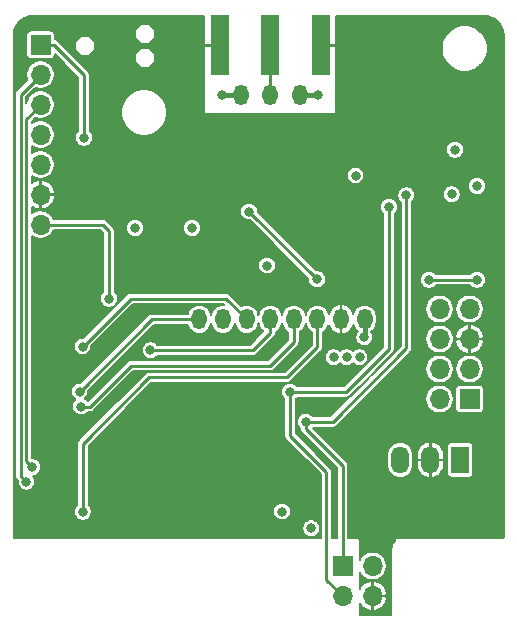
<source format=gbl>
G04 #@! TF.GenerationSoftware,KiCad,Pcbnew,(5.1.9-0-10_14)*
G04 #@! TF.CreationDate,2022-01-05T15:59:07+01:00*
G04 #@! TF.ProjectId,ithowifi_4l,6974686f-7769-4666-995f-346c2e6b6963,rev?*
G04 #@! TF.SameCoordinates,Original*
G04 #@! TF.FileFunction,Copper,L4,Bot*
G04 #@! TF.FilePolarity,Positive*
%FSLAX46Y46*%
G04 Gerber Fmt 4.6, Leading zero omitted, Abs format (unit mm)*
G04 Created by KiCad (PCBNEW (5.1.9-0-10_14)) date 2022-01-05 15:59:07*
%MOMM*%
%LPD*%
G01*
G04 APERTURE LIST*
G04 #@! TA.AperFunction,SMDPad,CuDef*
%ADD10O,1.300000X1.750000*%
G04 #@! TD*
G04 #@! TA.AperFunction,ComponentPad*
%ADD11C,1.500000*%
G04 #@! TD*
G04 #@! TA.AperFunction,ComponentPad*
%ADD12O,1.700000X1.700000*%
G04 #@! TD*
G04 #@! TA.AperFunction,ComponentPad*
%ADD13R,1.700000X1.700000*%
G04 #@! TD*
G04 #@! TA.AperFunction,SMDPad,CuDef*
%ADD14R,1.500000X5.080000*%
G04 #@! TD*
G04 #@! TA.AperFunction,ComponentPad*
%ADD15O,1.500000X2.300000*%
G04 #@! TD*
G04 #@! TA.AperFunction,ComponentPad*
%ADD16R,1.500000X2.300000*%
G04 #@! TD*
G04 #@! TA.AperFunction,ViaPad*
%ADD17C,0.800000*%
G04 #@! TD*
G04 #@! TA.AperFunction,Conductor*
%ADD18C,0.406400*%
G04 #@! TD*
G04 #@! TA.AperFunction,Conductor*
%ADD19C,0.250000*%
G04 #@! TD*
G04 #@! TA.AperFunction,Conductor*
%ADD20C,0.254000*%
G04 #@! TD*
G04 #@! TA.AperFunction,Conductor*
%ADD21C,0.293370*%
G04 #@! TD*
G04 #@! TA.AperFunction,Conductor*
%ADD22C,0.203200*%
G04 #@! TD*
G04 #@! TA.AperFunction,Conductor*
%ADD23C,0.100000*%
G04 #@! TD*
G04 APERTURE END LIST*
D10*
X107672000Y-112039000D03*
X105172000Y-112039000D03*
X102672000Y-112039000D03*
X99172000Y-131039000D03*
X101172000Y-131039000D03*
X103172000Y-131039000D03*
X105172000Y-131039000D03*
X107172000Y-131039000D03*
X109172000Y-131039000D03*
X111172000Y-131039000D03*
X113172000Y-131039000D03*
D11*
X105182180Y-109251460D03*
D12*
X113832000Y-154468000D03*
X111292000Y-154468000D03*
X113832000Y-151928000D03*
D13*
X111292000Y-151928000D03*
D12*
X85725000Y-123037600D03*
X85725000Y-120497600D03*
X85725000Y-117957600D03*
X85725000Y-115417600D03*
X85725000Y-112877600D03*
X85725000Y-110337600D03*
D13*
X85725000Y-107797600D03*
D14*
X100931400Y-107848400D03*
X109431400Y-107848400D03*
X105181400Y-107848400D03*
D15*
X116179600Y-142951200D03*
X118719600Y-142951200D03*
D16*
X121259600Y-142951200D03*
D13*
X122047000Y-137795000D03*
D12*
X119507000Y-137795000D03*
X122047000Y-135255000D03*
X119507000Y-135255000D03*
X122047000Y-132715000D03*
X119507000Y-132715000D03*
X122047000Y-130175000D03*
X119507000Y-130175000D03*
D17*
X95250000Y-139700000D03*
X98806000Y-139700000D03*
X97028000Y-139700000D03*
X98806000Y-142748000D03*
X97028000Y-142748000D03*
X95250000Y-142748000D03*
X95250000Y-141224000D03*
X98806000Y-141224000D03*
X97028000Y-141224000D03*
X99187000Y-105918000D03*
X99187000Y-107442000D03*
X99187000Y-109093000D03*
X101092000Y-112014000D03*
X109220000Y-112014000D03*
X101727000Y-132715000D03*
X89154000Y-148590000D03*
X106172000Y-148590000D03*
X99187000Y-110871000D03*
X99187000Y-112522000D03*
X99187000Y-114173000D03*
X111125000Y-105918000D03*
X111125000Y-107442000D03*
X111125000Y-109093000D03*
X111125000Y-110871000D03*
X111125000Y-114173000D03*
X111125000Y-112522000D03*
X105918000Y-114173000D03*
X109220000Y-114173000D03*
X102489000Y-114173000D03*
X104140000Y-114173000D03*
X100965000Y-114173000D03*
X107569000Y-114173000D03*
X102432000Y-138568000D03*
X112032000Y-139368000D03*
X111632000Y-124168000D03*
X112732000Y-124168000D03*
X110532000Y-124168000D03*
X86741000Y-128270000D03*
X122682000Y-127698500D03*
X118618000Y-127698500D03*
X106172000Y-147320000D03*
X122682000Y-119761000D03*
X108631500Y-148751000D03*
X120532000Y-120468000D03*
X120813090Y-116686900D03*
X111632000Y-134268000D03*
X112732000Y-134268000D03*
X110532000Y-134268000D03*
X113132002Y-132568000D03*
X112395000Y-118872000D03*
X98552000Y-123317000D03*
X93726000Y-123317000D03*
X104902000Y-126492000D03*
X89407998Y-115671600D03*
X85039200Y-143560804D03*
X84531209Y-144805391D03*
X89309400Y-147345400D03*
X95032000Y-133668000D03*
X89154000Y-138430000D03*
X89027000Y-137160002D03*
X89281000Y-133350000D03*
X106849400Y-137185400D03*
X115232000Y-121538998D03*
X116697000Y-120539000D03*
X108174600Y-139725400D03*
X109132000Y-127668006D03*
X103378008Y-121920000D03*
X91524600Y-129294600D03*
D18*
X110946800Y-131039000D02*
X110947200Y-131038600D01*
X101117000Y-112039000D02*
X101092000Y-112014000D01*
X102672000Y-112039000D02*
X101117000Y-112039000D01*
X109195000Y-112039000D02*
X109220000Y-112014000D01*
X107672000Y-112039000D02*
X109195000Y-112039000D01*
D19*
X99593400Y-107848400D02*
X99187000Y-107442000D01*
X100931400Y-107848400D02*
X99593400Y-107848400D01*
X109431400Y-107848400D02*
X109372400Y-107848400D01*
X110718600Y-107848400D02*
X111125000Y-107442000D01*
X109431400Y-107848400D02*
X110718600Y-107848400D01*
D20*
X122682000Y-127698500D02*
X118618000Y-127698500D01*
D18*
X113172000Y-131039000D02*
X113172000Y-132528002D01*
X113172000Y-132528002D02*
X113132002Y-132568000D01*
D20*
X89407998Y-110376598D02*
X89407998Y-115671600D01*
X86829000Y-107797600D02*
X89407998Y-110376598D01*
X85725000Y-107797600D02*
X86829000Y-107797600D01*
D19*
X85725000Y-112877600D02*
X84498611Y-114103989D01*
X84498611Y-114103989D02*
X84498611Y-143020215D01*
X84498611Y-143020215D02*
X85039200Y-143560804D01*
X84048600Y-144322782D02*
X84531209Y-144805391D01*
X85725000Y-110337600D02*
X84048600Y-112014000D01*
X84048600Y-112014000D02*
X84048600Y-144322782D01*
D20*
X89309400Y-141576600D02*
X89309400Y-147345400D01*
X94918000Y-135968000D02*
X89309400Y-141576600D01*
X106602000Y-135968000D02*
X94918000Y-135968000D01*
X109172000Y-133398000D02*
X106602000Y-135968000D01*
X109172000Y-131039000D02*
X109172000Y-133398000D01*
X105172000Y-132168000D02*
X103672000Y-133668000D01*
X105172000Y-131039000D02*
X105172000Y-132168000D01*
X103672000Y-133668000D02*
X95032000Y-133668000D01*
X107172000Y-131039000D02*
X107172000Y-132985000D01*
X107172000Y-132985000D02*
X105189000Y-134968000D01*
X105189000Y-134968000D02*
X93378000Y-134968000D01*
X93378000Y-134968000D02*
X89916000Y-138430000D01*
X89916000Y-138430000D02*
X89154000Y-138430000D01*
X99489000Y-131039000D02*
X99441000Y-131087000D01*
X99172000Y-131039000D02*
X95148002Y-131039000D01*
X95148002Y-131039000D02*
X89027000Y-137160002D01*
X93345000Y-129286000D02*
X89281000Y-133350000D01*
X103172000Y-131039000D02*
X101419000Y-129286000D01*
X101419000Y-129286000D02*
X93345000Y-129286000D01*
X106849400Y-140885400D02*
X106849400Y-137185400D01*
X109932000Y-153108000D02*
X109932000Y-143968000D01*
X109932000Y-143968000D02*
X106849400Y-140885400D01*
X111292000Y-154468000D02*
X109932000Y-153108000D01*
X115232000Y-133568000D02*
X115232000Y-121538998D01*
X106849400Y-137185400D02*
X111614600Y-137185400D01*
X111614600Y-137185400D02*
X115232000Y-133568000D01*
X111292000Y-151928000D02*
X111292000Y-143428000D01*
X108174600Y-140310600D02*
X108174600Y-139725400D01*
X111292000Y-143428000D02*
X108174600Y-140310600D01*
X110474600Y-139725400D02*
X108174600Y-139725400D01*
X116697000Y-133503000D02*
X110474600Y-139725400D01*
X116697000Y-120539000D02*
X116697000Y-133503000D01*
X109132000Y-127668006D02*
X103383994Y-121920000D01*
X103383994Y-121920000D02*
X103378008Y-121920000D01*
D19*
X91524600Y-123579600D02*
X91524600Y-129294600D01*
X85725000Y-123037600D02*
X90982600Y-123037600D01*
X90982600Y-123037600D02*
X91524600Y-123579600D01*
D21*
X105172000Y-107857800D02*
X105181400Y-107848400D01*
X105172000Y-112039000D02*
X105172000Y-107857800D01*
D22*
X99593400Y-113538000D02*
X99595352Y-113557821D01*
X99601134Y-113576881D01*
X99610523Y-113594446D01*
X99623158Y-113609842D01*
X99638554Y-113622477D01*
X99656119Y-113631866D01*
X99675179Y-113637648D01*
X99695000Y-113639600D01*
X110617000Y-113639600D01*
X110636821Y-113637648D01*
X110655881Y-113631866D01*
X110673446Y-113622477D01*
X110688842Y-113609842D01*
X110701477Y-113594446D01*
X110710866Y-113576881D01*
X110716648Y-113557821D01*
X110718600Y-113538000D01*
X110718600Y-107927390D01*
X119674400Y-107927390D01*
X119674400Y-108312610D01*
X119749553Y-108690427D01*
X119896970Y-109046324D01*
X120110987Y-109366622D01*
X120383378Y-109639013D01*
X120703676Y-109853030D01*
X121059573Y-110000447D01*
X121437390Y-110075600D01*
X121822610Y-110075600D01*
X122200427Y-110000447D01*
X122556324Y-109853030D01*
X122876622Y-109639013D01*
X123149013Y-109366622D01*
X123363030Y-109046324D01*
X123510447Y-108690427D01*
X123585600Y-108312610D01*
X123585600Y-107927390D01*
X123510447Y-107549573D01*
X123363030Y-107193676D01*
X123149013Y-106873378D01*
X122876622Y-106600987D01*
X122556324Y-106386970D01*
X122200427Y-106239553D01*
X121822610Y-106164400D01*
X121437390Y-106164400D01*
X121059573Y-106239553D01*
X120703676Y-106386970D01*
X120383378Y-106600987D01*
X120110987Y-106873378D01*
X119896970Y-107193676D01*
X119749553Y-107549573D01*
X119674400Y-107927390D01*
X110718600Y-107927390D01*
X110718600Y-105373600D01*
X123312165Y-105373600D01*
X123641308Y-105405873D01*
X123938841Y-105495703D01*
X124213253Y-105641612D01*
X124454097Y-105838041D01*
X124652203Y-106077508D01*
X124800026Y-106350901D01*
X124891929Y-106647793D01*
X124926400Y-106975759D01*
X124926401Y-149448158D01*
X124922695Y-149485957D01*
X124917480Y-149503228D01*
X124909006Y-149519166D01*
X124897606Y-149533144D01*
X124883695Y-149544652D01*
X124867829Y-149553231D01*
X124850590Y-149558567D01*
X124814122Y-149562400D01*
X116312079Y-149562400D01*
X116294786Y-149564103D01*
X116291750Y-149564082D01*
X116286113Y-149564634D01*
X116269310Y-149566400D01*
X115832000Y-149566400D01*
X115812179Y-149568352D01*
X115793119Y-149574134D01*
X115775554Y-149583523D01*
X115760158Y-149596158D01*
X115747523Y-149611554D01*
X115738134Y-149629119D01*
X115732352Y-149648179D01*
X115730400Y-149668000D01*
X115730400Y-149793463D01*
X115718675Y-149803163D01*
X115692783Y-149829238D01*
X115666510Y-149854966D01*
X115662900Y-149859329D01*
X115601224Y-149934950D01*
X115580887Y-149965560D01*
X115560108Y-149995907D01*
X115557414Y-150000888D01*
X115511602Y-150087049D01*
X115497585Y-150121059D01*
X115483114Y-150154822D01*
X115481439Y-150160232D01*
X115453234Y-150253650D01*
X115446094Y-150289709D01*
X115438450Y-150325673D01*
X115437858Y-150331305D01*
X115428336Y-150428422D01*
X115428336Y-150428432D01*
X115426401Y-150448079D01*
X115426400Y-155948168D01*
X115422695Y-155985957D01*
X115417480Y-156003228D01*
X115409006Y-156019166D01*
X115397606Y-156033144D01*
X115383695Y-156044652D01*
X115367829Y-156053231D01*
X115350590Y-156058567D01*
X115314122Y-156062400D01*
X112733600Y-156062400D01*
X112733600Y-155065585D01*
X112800829Y-155185795D01*
X112960677Y-155373174D01*
X113154010Y-155525768D01*
X113373398Y-155637712D01*
X113610409Y-155704705D01*
X113806600Y-155622544D01*
X113806600Y-154493400D01*
X113857400Y-154493400D01*
X113857400Y-155622544D01*
X114053591Y-155704705D01*
X114290602Y-155637712D01*
X114509990Y-155525768D01*
X114703323Y-155373174D01*
X114863171Y-155185795D01*
X114983392Y-154970831D01*
X115059366Y-154736544D01*
X115068704Y-154689591D01*
X114986521Y-154493400D01*
X113857400Y-154493400D01*
X113806600Y-154493400D01*
X113786600Y-154493400D01*
X113786600Y-154442600D01*
X113806600Y-154442600D01*
X113806600Y-153313456D01*
X113857400Y-153313456D01*
X113857400Y-154442600D01*
X114986521Y-154442600D01*
X115068704Y-154246409D01*
X115059366Y-154199456D01*
X114983392Y-153965169D01*
X114863171Y-153750205D01*
X114703323Y-153562826D01*
X114509990Y-153410232D01*
X114290602Y-153298288D01*
X114053591Y-153231295D01*
X113857400Y-153313456D01*
X113806600Y-153313456D01*
X113610409Y-153231295D01*
X113373398Y-153298288D01*
X113154010Y-153410232D01*
X112960677Y-153562826D01*
X112800829Y-153750205D01*
X112733600Y-153870415D01*
X112733600Y-152426612D01*
X112763611Y-152499066D01*
X112895550Y-152696525D01*
X113063475Y-152864450D01*
X113260934Y-152996389D01*
X113480340Y-153087269D01*
X113713259Y-153133600D01*
X113950741Y-153133600D01*
X114183660Y-153087269D01*
X114403066Y-152996389D01*
X114600525Y-152864450D01*
X114768450Y-152696525D01*
X114900389Y-152499066D01*
X114991269Y-152279660D01*
X115037600Y-152046741D01*
X115037600Y-151809259D01*
X114991269Y-151576340D01*
X114900389Y-151356934D01*
X114768450Y-151159475D01*
X114600525Y-150991550D01*
X114403066Y-150859611D01*
X114183660Y-150768731D01*
X113950741Y-150722400D01*
X113713259Y-150722400D01*
X113480340Y-150768731D01*
X113260934Y-150859611D01*
X113063475Y-150991550D01*
X112895550Y-151159475D01*
X112763611Y-151356934D01*
X112733600Y-151429388D01*
X112733600Y-149668000D01*
X112731648Y-149648179D01*
X112725866Y-149629119D01*
X112716477Y-149611554D01*
X112703842Y-149596158D01*
X112688446Y-149583523D01*
X112670881Y-149574134D01*
X112651821Y-149568352D01*
X112632000Y-149566400D01*
X111774600Y-149566400D01*
X111774600Y-143451696D01*
X111776934Y-143427999D01*
X111774600Y-143404302D01*
X111774600Y-143404293D01*
X111767617Y-143333394D01*
X111740022Y-143242423D01*
X111695209Y-143158585D01*
X111634901Y-143085099D01*
X111616482Y-143069983D01*
X111043391Y-142496892D01*
X115074000Y-142496892D01*
X115074000Y-143405507D01*
X115089998Y-143567934D01*
X115153217Y-143776341D01*
X115255880Y-143968410D01*
X115394040Y-144136760D01*
X115562390Y-144274920D01*
X115754458Y-144377583D01*
X115962865Y-144440802D01*
X116179600Y-144462149D01*
X116396334Y-144440802D01*
X116604741Y-144377583D01*
X116796810Y-144274920D01*
X116965160Y-144136760D01*
X117103320Y-143968410D01*
X117205983Y-143776342D01*
X117269202Y-143567935D01*
X117285200Y-143405508D01*
X117285200Y-142976600D01*
X117563200Y-142976600D01*
X117563200Y-143376600D01*
X117590375Y-143601714D01*
X117660946Y-143817201D01*
X117772200Y-144014780D01*
X117919862Y-144186858D01*
X118098258Y-144326822D01*
X118300531Y-144429294D01*
X118513656Y-144489114D01*
X118694200Y-144405694D01*
X118694200Y-142976600D01*
X118745000Y-142976600D01*
X118745000Y-144405694D01*
X118925544Y-144489114D01*
X119138669Y-144429294D01*
X119340942Y-144326822D01*
X119519338Y-144186858D01*
X119667000Y-144014780D01*
X119778254Y-143817201D01*
X119848825Y-143601714D01*
X119876000Y-143376600D01*
X119876000Y-142976600D01*
X118745000Y-142976600D01*
X118694200Y-142976600D01*
X117563200Y-142976600D01*
X117285200Y-142976600D01*
X117285200Y-142525800D01*
X117563200Y-142525800D01*
X117563200Y-142925800D01*
X118694200Y-142925800D01*
X118694200Y-141496706D01*
X118745000Y-141496706D01*
X118745000Y-142925800D01*
X119876000Y-142925800D01*
X119876000Y-142525800D01*
X119848825Y-142300686D01*
X119778254Y-142085199D01*
X119667000Y-141887620D01*
X119592843Y-141801200D01*
X120152280Y-141801200D01*
X120152280Y-144101200D01*
X120159146Y-144170910D01*
X120179479Y-144237940D01*
X120212499Y-144299716D01*
X120256937Y-144353863D01*
X120311084Y-144398301D01*
X120372860Y-144431321D01*
X120439890Y-144451654D01*
X120509600Y-144458520D01*
X122009600Y-144458520D01*
X122079310Y-144451654D01*
X122146340Y-144431321D01*
X122208116Y-144398301D01*
X122262263Y-144353863D01*
X122306701Y-144299716D01*
X122339721Y-144237940D01*
X122360054Y-144170910D01*
X122366920Y-144101200D01*
X122366920Y-141801200D01*
X122360054Y-141731490D01*
X122339721Y-141664460D01*
X122306701Y-141602684D01*
X122262263Y-141548537D01*
X122208116Y-141504099D01*
X122146340Y-141471079D01*
X122079310Y-141450746D01*
X122009600Y-141443880D01*
X120509600Y-141443880D01*
X120439890Y-141450746D01*
X120372860Y-141471079D01*
X120311084Y-141504099D01*
X120256937Y-141548537D01*
X120212499Y-141602684D01*
X120179479Y-141664460D01*
X120159146Y-141731490D01*
X120152280Y-141801200D01*
X119592843Y-141801200D01*
X119519338Y-141715542D01*
X119340942Y-141575578D01*
X119138669Y-141473106D01*
X118925544Y-141413286D01*
X118745000Y-141496706D01*
X118694200Y-141496706D01*
X118513656Y-141413286D01*
X118300531Y-141473106D01*
X118098258Y-141575578D01*
X117919862Y-141715542D01*
X117772200Y-141887620D01*
X117660946Y-142085199D01*
X117590375Y-142300686D01*
X117563200Y-142525800D01*
X117285200Y-142525800D01*
X117285200Y-142496893D01*
X117269202Y-142334466D01*
X117205983Y-142126058D01*
X117103320Y-141933990D01*
X116965160Y-141765640D01*
X116796810Y-141627480D01*
X116604742Y-141524817D01*
X116396335Y-141461598D01*
X116179600Y-141440251D01*
X115962866Y-141461598D01*
X115754459Y-141524817D01*
X115562391Y-141627480D01*
X115394041Y-141765640D01*
X115255881Y-141933990D01*
X115153218Y-142126058D01*
X115089998Y-142334465D01*
X115074000Y-142496892D01*
X111043391Y-142496892D01*
X108757540Y-140211041D01*
X108760580Y-140208000D01*
X110450895Y-140208000D01*
X110474600Y-140210335D01*
X110498305Y-140208000D01*
X110498307Y-140208000D01*
X110569206Y-140201017D01*
X110660177Y-140173422D01*
X110744015Y-140128609D01*
X110817501Y-140068301D01*
X110832617Y-140049882D01*
X113206240Y-137676259D01*
X118301400Y-137676259D01*
X118301400Y-137913741D01*
X118347731Y-138146660D01*
X118438611Y-138366066D01*
X118570550Y-138563525D01*
X118738475Y-138731450D01*
X118935934Y-138863389D01*
X119155340Y-138954269D01*
X119388259Y-139000600D01*
X119625741Y-139000600D01*
X119858660Y-138954269D01*
X120078066Y-138863389D01*
X120275525Y-138731450D01*
X120443450Y-138563525D01*
X120575389Y-138366066D01*
X120666269Y-138146660D01*
X120712600Y-137913741D01*
X120712600Y-137676259D01*
X120666269Y-137443340D01*
X120575389Y-137223934D01*
X120443450Y-137026475D01*
X120361975Y-136945000D01*
X120839680Y-136945000D01*
X120839680Y-138645000D01*
X120846546Y-138714710D01*
X120866879Y-138781740D01*
X120899899Y-138843516D01*
X120944337Y-138897663D01*
X120998484Y-138942101D01*
X121060260Y-138975121D01*
X121127290Y-138995454D01*
X121197000Y-139002320D01*
X122897000Y-139002320D01*
X122966710Y-138995454D01*
X123033740Y-138975121D01*
X123095516Y-138942101D01*
X123149663Y-138897663D01*
X123194101Y-138843516D01*
X123227121Y-138781740D01*
X123247454Y-138714710D01*
X123254320Y-138645000D01*
X123254320Y-136945000D01*
X123247454Y-136875290D01*
X123227121Y-136808260D01*
X123194101Y-136746484D01*
X123149663Y-136692337D01*
X123095516Y-136647899D01*
X123033740Y-136614879D01*
X122966710Y-136594546D01*
X122897000Y-136587680D01*
X121197000Y-136587680D01*
X121127290Y-136594546D01*
X121060260Y-136614879D01*
X120998484Y-136647899D01*
X120944337Y-136692337D01*
X120899899Y-136746484D01*
X120866879Y-136808260D01*
X120846546Y-136875290D01*
X120839680Y-136945000D01*
X120361975Y-136945000D01*
X120275525Y-136858550D01*
X120078066Y-136726611D01*
X119858660Y-136635731D01*
X119625741Y-136589400D01*
X119388259Y-136589400D01*
X119155340Y-136635731D01*
X118935934Y-136726611D01*
X118738475Y-136858550D01*
X118570550Y-137026475D01*
X118438611Y-137223934D01*
X118347731Y-137443340D01*
X118301400Y-137676259D01*
X113206240Y-137676259D01*
X115746240Y-135136259D01*
X118301400Y-135136259D01*
X118301400Y-135373741D01*
X118347731Y-135606660D01*
X118438611Y-135826066D01*
X118570550Y-136023525D01*
X118738475Y-136191450D01*
X118935934Y-136323389D01*
X119155340Y-136414269D01*
X119388259Y-136460600D01*
X119625741Y-136460600D01*
X119858660Y-136414269D01*
X120078066Y-136323389D01*
X120275525Y-136191450D01*
X120443450Y-136023525D01*
X120575389Y-135826066D01*
X120666269Y-135606660D01*
X120712600Y-135373741D01*
X120712600Y-135136259D01*
X120841400Y-135136259D01*
X120841400Y-135373741D01*
X120887731Y-135606660D01*
X120978611Y-135826066D01*
X121110550Y-136023525D01*
X121278475Y-136191450D01*
X121475934Y-136323389D01*
X121695340Y-136414269D01*
X121928259Y-136460600D01*
X122165741Y-136460600D01*
X122398660Y-136414269D01*
X122618066Y-136323389D01*
X122815525Y-136191450D01*
X122983450Y-136023525D01*
X123115389Y-135826066D01*
X123206269Y-135606660D01*
X123252600Y-135373741D01*
X123252600Y-135136259D01*
X123206269Y-134903340D01*
X123115389Y-134683934D01*
X122983450Y-134486475D01*
X122815525Y-134318550D01*
X122618066Y-134186611D01*
X122398660Y-134095731D01*
X122165741Y-134049400D01*
X121928259Y-134049400D01*
X121695340Y-134095731D01*
X121475934Y-134186611D01*
X121278475Y-134318550D01*
X121110550Y-134486475D01*
X120978611Y-134683934D01*
X120887731Y-134903340D01*
X120841400Y-135136259D01*
X120712600Y-135136259D01*
X120666269Y-134903340D01*
X120575389Y-134683934D01*
X120443450Y-134486475D01*
X120275525Y-134318550D01*
X120078066Y-134186611D01*
X119858660Y-134095731D01*
X119625741Y-134049400D01*
X119388259Y-134049400D01*
X119155340Y-134095731D01*
X118935934Y-134186611D01*
X118738475Y-134318550D01*
X118570550Y-134486475D01*
X118438611Y-134683934D01*
X118347731Y-134903340D01*
X118301400Y-135136259D01*
X115746240Y-135136259D01*
X117021482Y-133861017D01*
X117039901Y-133845901D01*
X117100209Y-133772415D01*
X117145022Y-133688577D01*
X117172617Y-133597606D01*
X117179600Y-133526707D01*
X117179600Y-133526698D01*
X117181934Y-133503001D01*
X117179600Y-133479304D01*
X117179600Y-132596259D01*
X118301400Y-132596259D01*
X118301400Y-132833741D01*
X118347731Y-133066660D01*
X118438611Y-133286066D01*
X118570550Y-133483525D01*
X118738475Y-133651450D01*
X118935934Y-133783389D01*
X119155340Y-133874269D01*
X119388259Y-133920600D01*
X119625741Y-133920600D01*
X119858660Y-133874269D01*
X120078066Y-133783389D01*
X120275525Y-133651450D01*
X120443450Y-133483525D01*
X120575389Y-133286066D01*
X120666269Y-133066660D01*
X120692141Y-132936591D01*
X120810296Y-132936591D01*
X120819634Y-132983544D01*
X120895608Y-133217831D01*
X121015829Y-133432795D01*
X121175677Y-133620174D01*
X121369010Y-133772768D01*
X121588398Y-133884712D01*
X121825409Y-133951705D01*
X122021600Y-133869544D01*
X122021600Y-132740400D01*
X122072400Y-132740400D01*
X122072400Y-133869544D01*
X122268591Y-133951705D01*
X122505602Y-133884712D01*
X122724990Y-133772768D01*
X122918323Y-133620174D01*
X123078171Y-133432795D01*
X123198392Y-133217831D01*
X123274366Y-132983544D01*
X123283704Y-132936591D01*
X123201521Y-132740400D01*
X122072400Y-132740400D01*
X122021600Y-132740400D01*
X120892479Y-132740400D01*
X120810296Y-132936591D01*
X120692141Y-132936591D01*
X120712600Y-132833741D01*
X120712600Y-132596259D01*
X120692142Y-132493409D01*
X120810296Y-132493409D01*
X120892479Y-132689600D01*
X122021600Y-132689600D01*
X122021600Y-131560456D01*
X122072400Y-131560456D01*
X122072400Y-132689600D01*
X123201521Y-132689600D01*
X123283704Y-132493409D01*
X123274366Y-132446456D01*
X123198392Y-132212169D01*
X123078171Y-131997205D01*
X122918323Y-131809826D01*
X122724990Y-131657232D01*
X122505602Y-131545288D01*
X122268591Y-131478295D01*
X122072400Y-131560456D01*
X122021600Y-131560456D01*
X121825409Y-131478295D01*
X121588398Y-131545288D01*
X121369010Y-131657232D01*
X121175677Y-131809826D01*
X121015829Y-131997205D01*
X120895608Y-132212169D01*
X120819634Y-132446456D01*
X120810296Y-132493409D01*
X120692142Y-132493409D01*
X120666269Y-132363340D01*
X120575389Y-132143934D01*
X120443450Y-131946475D01*
X120275525Y-131778550D01*
X120078066Y-131646611D01*
X119858660Y-131555731D01*
X119625741Y-131509400D01*
X119388259Y-131509400D01*
X119155340Y-131555731D01*
X118935934Y-131646611D01*
X118738475Y-131778550D01*
X118570550Y-131946475D01*
X118438611Y-132143934D01*
X118347731Y-132363340D01*
X118301400Y-132596259D01*
X117179600Y-132596259D01*
X117179600Y-130056259D01*
X118301400Y-130056259D01*
X118301400Y-130293741D01*
X118347731Y-130526660D01*
X118438611Y-130746066D01*
X118570550Y-130943525D01*
X118738475Y-131111450D01*
X118935934Y-131243389D01*
X119155340Y-131334269D01*
X119388259Y-131380600D01*
X119625741Y-131380600D01*
X119858660Y-131334269D01*
X120078066Y-131243389D01*
X120275525Y-131111450D01*
X120443450Y-130943525D01*
X120575389Y-130746066D01*
X120666269Y-130526660D01*
X120712600Y-130293741D01*
X120712600Y-130056259D01*
X120841400Y-130056259D01*
X120841400Y-130293741D01*
X120887731Y-130526660D01*
X120978611Y-130746066D01*
X121110550Y-130943525D01*
X121278475Y-131111450D01*
X121475934Y-131243389D01*
X121695340Y-131334269D01*
X121928259Y-131380600D01*
X122165741Y-131380600D01*
X122398660Y-131334269D01*
X122618066Y-131243389D01*
X122815525Y-131111450D01*
X122983450Y-130943525D01*
X123115389Y-130746066D01*
X123206269Y-130526660D01*
X123252600Y-130293741D01*
X123252600Y-130056259D01*
X123206269Y-129823340D01*
X123115389Y-129603934D01*
X122983450Y-129406475D01*
X122815525Y-129238550D01*
X122618066Y-129106611D01*
X122398660Y-129015731D01*
X122165741Y-128969400D01*
X121928259Y-128969400D01*
X121695340Y-129015731D01*
X121475934Y-129106611D01*
X121278475Y-129238550D01*
X121110550Y-129406475D01*
X120978611Y-129603934D01*
X120887731Y-129823340D01*
X120841400Y-130056259D01*
X120712600Y-130056259D01*
X120666269Y-129823340D01*
X120575389Y-129603934D01*
X120443450Y-129406475D01*
X120275525Y-129238550D01*
X120078066Y-129106611D01*
X119858660Y-129015731D01*
X119625741Y-128969400D01*
X119388259Y-128969400D01*
X119155340Y-129015731D01*
X118935934Y-129106611D01*
X118738475Y-129238550D01*
X118570550Y-129406475D01*
X118438611Y-129603934D01*
X118347731Y-129823340D01*
X118301400Y-130056259D01*
X117179600Y-130056259D01*
X117179600Y-127624080D01*
X117862400Y-127624080D01*
X117862400Y-127772920D01*
X117891437Y-127918900D01*
X117948396Y-128056411D01*
X118031087Y-128180167D01*
X118136333Y-128285413D01*
X118260089Y-128368104D01*
X118397600Y-128425063D01*
X118543580Y-128454100D01*
X118692420Y-128454100D01*
X118838400Y-128425063D01*
X118975911Y-128368104D01*
X119099667Y-128285413D01*
X119203980Y-128181100D01*
X122096020Y-128181100D01*
X122200333Y-128285413D01*
X122324089Y-128368104D01*
X122461600Y-128425063D01*
X122607580Y-128454100D01*
X122756420Y-128454100D01*
X122902400Y-128425063D01*
X123039911Y-128368104D01*
X123163667Y-128285413D01*
X123268913Y-128180167D01*
X123351604Y-128056411D01*
X123408563Y-127918900D01*
X123437600Y-127772920D01*
X123437600Y-127624080D01*
X123408563Y-127478100D01*
X123351604Y-127340589D01*
X123268913Y-127216833D01*
X123163667Y-127111587D01*
X123039911Y-127028896D01*
X122902400Y-126971937D01*
X122756420Y-126942900D01*
X122607580Y-126942900D01*
X122461600Y-126971937D01*
X122324089Y-127028896D01*
X122200333Y-127111587D01*
X122096020Y-127215900D01*
X119203980Y-127215900D01*
X119099667Y-127111587D01*
X118975911Y-127028896D01*
X118838400Y-126971937D01*
X118692420Y-126942900D01*
X118543580Y-126942900D01*
X118397600Y-126971937D01*
X118260089Y-127028896D01*
X118136333Y-127111587D01*
X118031087Y-127216833D01*
X117948396Y-127340589D01*
X117891437Y-127478100D01*
X117862400Y-127624080D01*
X117179600Y-127624080D01*
X117179600Y-121124980D01*
X117283913Y-121020667D01*
X117366604Y-120896911D01*
X117423563Y-120759400D01*
X117452600Y-120613420D01*
X117452600Y-120464580D01*
X117438478Y-120393580D01*
X119776400Y-120393580D01*
X119776400Y-120542420D01*
X119805437Y-120688400D01*
X119862396Y-120825911D01*
X119945087Y-120949667D01*
X120050333Y-121054913D01*
X120174089Y-121137604D01*
X120311600Y-121194563D01*
X120457580Y-121223600D01*
X120606420Y-121223600D01*
X120752400Y-121194563D01*
X120889911Y-121137604D01*
X121013667Y-121054913D01*
X121118913Y-120949667D01*
X121201604Y-120825911D01*
X121258563Y-120688400D01*
X121287600Y-120542420D01*
X121287600Y-120393580D01*
X121258563Y-120247600D01*
X121201604Y-120110089D01*
X121118913Y-119986333D01*
X121013667Y-119881087D01*
X120889911Y-119798396D01*
X120752400Y-119741437D01*
X120606420Y-119712400D01*
X120457580Y-119712400D01*
X120311600Y-119741437D01*
X120174089Y-119798396D01*
X120050333Y-119881087D01*
X119945087Y-119986333D01*
X119862396Y-120110089D01*
X119805437Y-120247600D01*
X119776400Y-120393580D01*
X117438478Y-120393580D01*
X117423563Y-120318600D01*
X117366604Y-120181089D01*
X117283913Y-120057333D01*
X117178667Y-119952087D01*
X117054911Y-119869396D01*
X116917400Y-119812437D01*
X116771420Y-119783400D01*
X116622580Y-119783400D01*
X116476600Y-119812437D01*
X116339089Y-119869396D01*
X116215333Y-119952087D01*
X116110087Y-120057333D01*
X116027396Y-120181089D01*
X115970437Y-120318600D01*
X115941400Y-120464580D01*
X115941400Y-120613420D01*
X115970437Y-120759400D01*
X116027396Y-120896911D01*
X116110087Y-121020667D01*
X116214400Y-121124980D01*
X116214401Y-133303100D01*
X110274701Y-139242800D01*
X108760580Y-139242800D01*
X108656267Y-139138487D01*
X108532511Y-139055796D01*
X108395000Y-138998837D01*
X108249020Y-138969800D01*
X108100180Y-138969800D01*
X107954200Y-138998837D01*
X107816689Y-139055796D01*
X107692933Y-139138487D01*
X107587687Y-139243733D01*
X107504996Y-139367489D01*
X107448037Y-139505000D01*
X107419000Y-139650980D01*
X107419000Y-139799820D01*
X107448037Y-139945800D01*
X107504996Y-140083311D01*
X107587687Y-140207067D01*
X107689804Y-140309184D01*
X107689665Y-140310600D01*
X107692000Y-140334305D01*
X107692000Y-140334306D01*
X107698983Y-140405205D01*
X107726578Y-140496176D01*
X107771391Y-140580015D01*
X107831699Y-140653501D01*
X107850118Y-140668617D01*
X110809401Y-143627900D01*
X110809400Y-149566400D01*
X110414600Y-149566400D01*
X110414600Y-143991707D01*
X110416935Y-143968000D01*
X110407617Y-143873393D01*
X110380022Y-143782423D01*
X110335208Y-143698584D01*
X110290013Y-143643513D01*
X110290012Y-143643512D01*
X110274901Y-143625099D01*
X110256488Y-143609988D01*
X107332000Y-140685501D01*
X107332000Y-137771380D01*
X107435380Y-137668000D01*
X111590895Y-137668000D01*
X111614600Y-137670335D01*
X111638305Y-137668000D01*
X111638307Y-137668000D01*
X111709206Y-137661017D01*
X111800177Y-137633422D01*
X111884015Y-137588609D01*
X111957501Y-137528301D01*
X111972617Y-137509882D01*
X115556488Y-133926012D01*
X115574901Y-133910901D01*
X115635209Y-133837415D01*
X115680022Y-133753577D01*
X115707617Y-133662606D01*
X115714600Y-133591707D01*
X115714600Y-133591706D01*
X115716935Y-133568001D01*
X115714600Y-133544296D01*
X115714600Y-122124978D01*
X115818913Y-122020665D01*
X115901604Y-121896909D01*
X115958563Y-121759398D01*
X115987600Y-121613418D01*
X115987600Y-121464578D01*
X115958563Y-121318598D01*
X115901604Y-121181087D01*
X115818913Y-121057331D01*
X115713667Y-120952085D01*
X115589911Y-120869394D01*
X115452400Y-120812435D01*
X115306420Y-120783398D01*
X115157580Y-120783398D01*
X115011600Y-120812435D01*
X114874089Y-120869394D01*
X114750333Y-120952085D01*
X114645087Y-121057331D01*
X114562396Y-121181087D01*
X114505437Y-121318598D01*
X114476400Y-121464578D01*
X114476400Y-121613418D01*
X114505437Y-121759398D01*
X114562396Y-121896909D01*
X114645087Y-122020665D01*
X114749401Y-122124979D01*
X114749400Y-133368100D01*
X111414701Y-136702800D01*
X107435380Y-136702800D01*
X107331067Y-136598487D01*
X107207311Y-136515796D01*
X107069800Y-136458837D01*
X106923820Y-136429800D01*
X106774980Y-136429800D01*
X106629000Y-136458837D01*
X106491489Y-136515796D01*
X106367733Y-136598487D01*
X106262487Y-136703733D01*
X106179796Y-136827489D01*
X106122837Y-136965000D01*
X106093800Y-137110980D01*
X106093800Y-137259820D01*
X106122837Y-137405800D01*
X106179796Y-137543311D01*
X106262487Y-137667067D01*
X106366801Y-137771381D01*
X106366800Y-140861695D01*
X106364465Y-140885400D01*
X106366800Y-140909105D01*
X106366800Y-140909106D01*
X106373783Y-140980005D01*
X106401378Y-141070976D01*
X106446191Y-141154815D01*
X106506499Y-141228301D01*
X106524918Y-141243417D01*
X109449401Y-144167901D01*
X109449400Y-149566400D01*
X104692534Y-149566400D01*
X104651921Y-149562400D01*
X104632000Y-149560438D01*
X104612079Y-149562400D01*
X87351921Y-149562400D01*
X87332000Y-149560438D01*
X87312079Y-149562400D01*
X87271466Y-149566400D01*
X83437600Y-149566400D01*
X83437600Y-148676580D01*
X107875900Y-148676580D01*
X107875900Y-148825420D01*
X107904937Y-148971400D01*
X107961896Y-149108911D01*
X108044587Y-149232667D01*
X108149833Y-149337913D01*
X108273589Y-149420604D01*
X108411100Y-149477563D01*
X108557080Y-149506600D01*
X108705920Y-149506600D01*
X108851900Y-149477563D01*
X108989411Y-149420604D01*
X109113167Y-149337913D01*
X109218413Y-149232667D01*
X109301104Y-149108911D01*
X109358063Y-148971400D01*
X109387100Y-148825420D01*
X109387100Y-148676580D01*
X109358063Y-148530600D01*
X109301104Y-148393089D01*
X109218413Y-148269333D01*
X109113167Y-148164087D01*
X108989411Y-148081396D01*
X108851900Y-148024437D01*
X108705920Y-147995400D01*
X108557080Y-147995400D01*
X108411100Y-148024437D01*
X108273589Y-148081396D01*
X108149833Y-148164087D01*
X108044587Y-148269333D01*
X107961896Y-148393089D01*
X107904937Y-148530600D01*
X107875900Y-148676580D01*
X83437600Y-148676580D01*
X83437600Y-112014000D01*
X83565675Y-112014000D01*
X83568000Y-112037604D01*
X83568001Y-144299168D01*
X83565675Y-144322782D01*
X83570445Y-144371208D01*
X83574955Y-144416996D01*
X83583030Y-144443617D01*
X83602436Y-144507590D01*
X83647063Y-144591080D01*
X83647064Y-144591081D01*
X83707121Y-144664262D01*
X83725460Y-144679313D01*
X83775859Y-144729712D01*
X83775609Y-144730971D01*
X83775609Y-144879811D01*
X83804646Y-145025791D01*
X83861605Y-145163302D01*
X83944296Y-145287058D01*
X84049542Y-145392304D01*
X84173298Y-145474995D01*
X84310809Y-145531954D01*
X84456789Y-145560991D01*
X84605629Y-145560991D01*
X84751609Y-145531954D01*
X84889120Y-145474995D01*
X85012876Y-145392304D01*
X85118122Y-145287058D01*
X85200813Y-145163302D01*
X85257772Y-145025791D01*
X85286809Y-144879811D01*
X85286809Y-144730971D01*
X85257772Y-144584991D01*
X85200813Y-144447480D01*
X85118122Y-144323724D01*
X85110802Y-144316404D01*
X85113620Y-144316404D01*
X85259600Y-144287367D01*
X85397111Y-144230408D01*
X85520867Y-144147717D01*
X85626113Y-144042471D01*
X85708804Y-143918715D01*
X85765763Y-143781204D01*
X85794800Y-143635224D01*
X85794800Y-143486384D01*
X85765763Y-143340404D01*
X85708804Y-143202893D01*
X85626113Y-143079137D01*
X85520867Y-142973891D01*
X85397111Y-142891200D01*
X85259600Y-142834241D01*
X85113620Y-142805204D01*
X84979211Y-142805204D01*
X84979211Y-137085582D01*
X88271400Y-137085582D01*
X88271400Y-137234422D01*
X88300437Y-137380402D01*
X88357396Y-137517913D01*
X88440087Y-137641669D01*
X88545333Y-137746915D01*
X88669089Y-137829606D01*
X88683546Y-137835594D01*
X88672333Y-137843087D01*
X88567087Y-137948333D01*
X88484396Y-138072089D01*
X88427437Y-138209600D01*
X88398400Y-138355580D01*
X88398400Y-138504420D01*
X88427437Y-138650400D01*
X88484396Y-138787911D01*
X88567087Y-138911667D01*
X88672333Y-139016913D01*
X88796089Y-139099604D01*
X88933600Y-139156563D01*
X89079580Y-139185600D01*
X89228420Y-139185600D01*
X89374400Y-139156563D01*
X89511911Y-139099604D01*
X89635667Y-139016913D01*
X89739980Y-138912600D01*
X89892295Y-138912600D01*
X89916000Y-138914935D01*
X89939705Y-138912600D01*
X89939707Y-138912600D01*
X90010606Y-138905617D01*
X90101577Y-138878022D01*
X90185415Y-138833209D01*
X90258901Y-138772901D01*
X90274017Y-138754482D01*
X93577899Y-135450600D01*
X105165295Y-135450600D01*
X105189000Y-135452935D01*
X105212705Y-135450600D01*
X105212707Y-135450600D01*
X105283606Y-135443617D01*
X105374577Y-135416022D01*
X105458415Y-135371209D01*
X105531901Y-135310901D01*
X105547017Y-135292482D01*
X107496482Y-133343017D01*
X107514901Y-133327901D01*
X107575209Y-133254415D01*
X107620022Y-133170577D01*
X107647617Y-133079606D01*
X107654600Y-133008707D01*
X107654600Y-133008698D01*
X107656934Y-132985001D01*
X107654600Y-132961304D01*
X107654600Y-132146282D01*
X107733384Y-132104171D01*
X107886507Y-131978507D01*
X108012171Y-131825384D01*
X108105548Y-131650688D01*
X108163049Y-131461131D01*
X108172000Y-131370252D01*
X108180951Y-131461132D01*
X108238452Y-131650688D01*
X108331830Y-131825384D01*
X108457494Y-131978507D01*
X108610617Y-132104171D01*
X108689400Y-132146282D01*
X108689401Y-133198099D01*
X106402101Y-135485400D01*
X94941704Y-135485400D01*
X94917999Y-135483065D01*
X94894294Y-135485400D01*
X94894293Y-135485400D01*
X94823394Y-135492383D01*
X94732423Y-135519978D01*
X94648585Y-135564791D01*
X94575099Y-135625099D01*
X94559983Y-135643518D01*
X88984918Y-141218583D01*
X88966499Y-141233699D01*
X88906191Y-141307185D01*
X88861378Y-141391024D01*
X88833783Y-141481995D01*
X88827229Y-141548537D01*
X88824465Y-141576600D01*
X88826800Y-141600305D01*
X88826801Y-146759419D01*
X88722487Y-146863733D01*
X88639796Y-146987489D01*
X88582837Y-147125000D01*
X88553800Y-147270980D01*
X88553800Y-147419820D01*
X88582837Y-147565800D01*
X88639796Y-147703311D01*
X88722487Y-147827067D01*
X88827733Y-147932313D01*
X88951489Y-148015004D01*
X89089000Y-148071963D01*
X89234980Y-148101000D01*
X89383820Y-148101000D01*
X89529800Y-148071963D01*
X89667311Y-148015004D01*
X89791067Y-147932313D01*
X89896313Y-147827067D01*
X89979004Y-147703311D01*
X90035963Y-147565800D01*
X90065000Y-147419820D01*
X90065000Y-147270980D01*
X90059948Y-147245580D01*
X105416400Y-147245580D01*
X105416400Y-147394420D01*
X105445437Y-147540400D01*
X105502396Y-147677911D01*
X105585087Y-147801667D01*
X105690333Y-147906913D01*
X105814089Y-147989604D01*
X105951600Y-148046563D01*
X106097580Y-148075600D01*
X106246420Y-148075600D01*
X106392400Y-148046563D01*
X106529911Y-147989604D01*
X106653667Y-147906913D01*
X106758913Y-147801667D01*
X106841604Y-147677911D01*
X106898563Y-147540400D01*
X106927600Y-147394420D01*
X106927600Y-147245580D01*
X106898563Y-147099600D01*
X106841604Y-146962089D01*
X106758913Y-146838333D01*
X106653667Y-146733087D01*
X106529911Y-146650396D01*
X106392400Y-146593437D01*
X106246420Y-146564400D01*
X106097580Y-146564400D01*
X105951600Y-146593437D01*
X105814089Y-146650396D01*
X105690333Y-146733087D01*
X105585087Y-146838333D01*
X105502396Y-146962089D01*
X105445437Y-147099600D01*
X105416400Y-147245580D01*
X90059948Y-147245580D01*
X90035963Y-147125000D01*
X89979004Y-146987489D01*
X89896313Y-146863733D01*
X89792000Y-146759420D01*
X89792000Y-141776499D01*
X95117899Y-136450600D01*
X106578295Y-136450600D01*
X106602000Y-136452935D01*
X106625705Y-136450600D01*
X106625707Y-136450600D01*
X106696606Y-136443617D01*
X106787577Y-136416022D01*
X106871415Y-136371209D01*
X106944901Y-136310901D01*
X106960017Y-136292482D01*
X109058919Y-134193580D01*
X109776400Y-134193580D01*
X109776400Y-134342420D01*
X109805437Y-134488400D01*
X109862396Y-134625911D01*
X109945087Y-134749667D01*
X110050333Y-134854913D01*
X110174089Y-134937604D01*
X110311600Y-134994563D01*
X110457580Y-135023600D01*
X110606420Y-135023600D01*
X110752400Y-134994563D01*
X110889911Y-134937604D01*
X111013667Y-134854913D01*
X111082000Y-134786580D01*
X111150333Y-134854913D01*
X111274089Y-134937604D01*
X111411600Y-134994563D01*
X111557580Y-135023600D01*
X111706420Y-135023600D01*
X111852400Y-134994563D01*
X111989911Y-134937604D01*
X112113667Y-134854913D01*
X112182000Y-134786580D01*
X112250333Y-134854913D01*
X112374089Y-134937604D01*
X112511600Y-134994563D01*
X112657580Y-135023600D01*
X112806420Y-135023600D01*
X112952400Y-134994563D01*
X113089911Y-134937604D01*
X113213667Y-134854913D01*
X113318913Y-134749667D01*
X113401604Y-134625911D01*
X113458563Y-134488400D01*
X113487600Y-134342420D01*
X113487600Y-134193580D01*
X113458563Y-134047600D01*
X113401604Y-133910089D01*
X113318913Y-133786333D01*
X113213667Y-133681087D01*
X113089911Y-133598396D01*
X112952400Y-133541437D01*
X112806420Y-133512400D01*
X112657580Y-133512400D01*
X112511600Y-133541437D01*
X112374089Y-133598396D01*
X112250333Y-133681087D01*
X112182000Y-133749420D01*
X112113667Y-133681087D01*
X111989911Y-133598396D01*
X111852400Y-133541437D01*
X111706420Y-133512400D01*
X111557580Y-133512400D01*
X111411600Y-133541437D01*
X111274089Y-133598396D01*
X111150333Y-133681087D01*
X111082000Y-133749420D01*
X111013667Y-133681087D01*
X110889911Y-133598396D01*
X110752400Y-133541437D01*
X110606420Y-133512400D01*
X110457580Y-133512400D01*
X110311600Y-133541437D01*
X110174089Y-133598396D01*
X110050333Y-133681087D01*
X109945087Y-133786333D01*
X109862396Y-133910089D01*
X109805437Y-134047600D01*
X109776400Y-134193580D01*
X109058919Y-134193580D01*
X109496488Y-133756012D01*
X109514901Y-133740901D01*
X109575209Y-133667415D01*
X109620022Y-133583577D01*
X109647617Y-133492606D01*
X109648512Y-133483525D01*
X109656935Y-133398000D01*
X109654600Y-133374293D01*
X109654600Y-132146282D01*
X109733384Y-132104171D01*
X109886507Y-131978507D01*
X110012171Y-131825384D01*
X110105548Y-131650688D01*
X110147063Y-131513831D01*
X110205734Y-131691733D01*
X110307747Y-131872023D01*
X110442973Y-132028947D01*
X110606215Y-132156475D01*
X110791200Y-132249706D01*
X110981703Y-132303119D01*
X111146600Y-132218462D01*
X111146600Y-131064400D01*
X111126600Y-131064400D01*
X111126600Y-131013600D01*
X111146600Y-131013600D01*
X111146600Y-129859538D01*
X111197400Y-129859538D01*
X111197400Y-131013600D01*
X111217400Y-131013600D01*
X111217400Y-131064400D01*
X111197400Y-131064400D01*
X111197400Y-132218462D01*
X111362297Y-132303119D01*
X111552800Y-132249706D01*
X111737785Y-132156475D01*
X111901027Y-132028947D01*
X112036253Y-131872023D01*
X112138266Y-131691733D01*
X112196937Y-131513831D01*
X112238452Y-131650688D01*
X112331830Y-131825384D01*
X112457494Y-131978507D01*
X112564828Y-132066594D01*
X112545089Y-132086333D01*
X112462398Y-132210089D01*
X112405439Y-132347600D01*
X112376402Y-132493580D01*
X112376402Y-132642420D01*
X112405439Y-132788400D01*
X112462398Y-132925911D01*
X112545089Y-133049667D01*
X112650335Y-133154913D01*
X112774091Y-133237604D01*
X112911602Y-133294563D01*
X113057582Y-133323600D01*
X113206422Y-133323600D01*
X113352402Y-133294563D01*
X113489913Y-133237604D01*
X113613669Y-133154913D01*
X113718915Y-133049667D01*
X113801606Y-132925911D01*
X113858565Y-132788400D01*
X113887602Y-132642420D01*
X113887602Y-132493580D01*
X113858565Y-132347600D01*
X113801606Y-132210089D01*
X113731505Y-132105175D01*
X113733384Y-132104171D01*
X113886507Y-131978507D01*
X114012171Y-131825384D01*
X114105548Y-131650688D01*
X114163049Y-131461131D01*
X114177600Y-131313394D01*
X114177600Y-130764605D01*
X114163049Y-130616868D01*
X114105548Y-130427312D01*
X114012171Y-130252616D01*
X113886507Y-130099493D01*
X113733384Y-129973829D01*
X113558687Y-129880452D01*
X113369131Y-129822951D01*
X113172000Y-129803535D01*
X112974868Y-129822951D01*
X112785312Y-129880452D01*
X112610616Y-129973829D01*
X112457493Y-130099493D01*
X112331829Y-130252616D01*
X112238452Y-130427313D01*
X112196937Y-130564169D01*
X112138266Y-130386267D01*
X112036253Y-130205977D01*
X111901027Y-130049053D01*
X111737785Y-129921525D01*
X111552800Y-129828294D01*
X111362297Y-129774881D01*
X111197400Y-129859538D01*
X111146600Y-129859538D01*
X110981703Y-129774881D01*
X110791200Y-129828294D01*
X110606215Y-129921525D01*
X110442973Y-130049053D01*
X110307747Y-130205977D01*
X110205734Y-130386267D01*
X110147063Y-130564169D01*
X110105548Y-130427312D01*
X110012171Y-130252616D01*
X109886507Y-130099493D01*
X109733384Y-129973829D01*
X109558687Y-129880452D01*
X109369131Y-129822951D01*
X109172000Y-129803535D01*
X108974868Y-129822951D01*
X108785312Y-129880452D01*
X108610616Y-129973829D01*
X108457493Y-130099493D01*
X108331829Y-130252616D01*
X108238452Y-130427313D01*
X108180951Y-130616869D01*
X108172000Y-130707748D01*
X108163049Y-130616868D01*
X108105548Y-130427312D01*
X108012171Y-130252616D01*
X107886507Y-130099493D01*
X107733384Y-129973829D01*
X107558687Y-129880452D01*
X107369131Y-129822951D01*
X107172000Y-129803535D01*
X106974868Y-129822951D01*
X106785312Y-129880452D01*
X106610616Y-129973829D01*
X106457493Y-130099493D01*
X106331829Y-130252616D01*
X106238452Y-130427313D01*
X106180951Y-130616869D01*
X106172000Y-130707748D01*
X106163049Y-130616868D01*
X106105548Y-130427312D01*
X106012171Y-130252616D01*
X105886507Y-130099493D01*
X105733384Y-129973829D01*
X105558687Y-129880452D01*
X105369131Y-129822951D01*
X105172000Y-129803535D01*
X104974868Y-129822951D01*
X104785312Y-129880452D01*
X104610616Y-129973829D01*
X104457493Y-130099493D01*
X104331829Y-130252616D01*
X104238452Y-130427313D01*
X104180951Y-130616869D01*
X104172000Y-130707748D01*
X104163049Y-130616868D01*
X104105548Y-130427312D01*
X104012171Y-130252616D01*
X103886507Y-130099493D01*
X103733384Y-129973829D01*
X103558687Y-129880452D01*
X103369131Y-129822951D01*
X103172000Y-129803535D01*
X102974868Y-129822951D01*
X102785312Y-129880452D01*
X102727078Y-129911579D01*
X101777017Y-128961518D01*
X101761901Y-128943099D01*
X101688415Y-128882791D01*
X101604577Y-128837978D01*
X101513606Y-128810383D01*
X101442707Y-128803400D01*
X101442705Y-128803400D01*
X101419000Y-128801065D01*
X101395295Y-128803400D01*
X93368707Y-128803400D01*
X93345000Y-128801065D01*
X93250393Y-128810383D01*
X93159423Y-128837978D01*
X93075585Y-128882791D01*
X93002099Y-128943099D01*
X92986988Y-128961512D01*
X89354101Y-132594400D01*
X89206580Y-132594400D01*
X89060600Y-132623437D01*
X88923089Y-132680396D01*
X88799333Y-132763087D01*
X88694087Y-132868333D01*
X88611396Y-132992089D01*
X88554437Y-133129600D01*
X88525400Y-133275580D01*
X88525400Y-133424420D01*
X88554437Y-133570400D01*
X88611396Y-133707911D01*
X88694087Y-133831667D01*
X88799333Y-133936913D01*
X88923089Y-134019604D01*
X89060600Y-134076563D01*
X89206580Y-134105600D01*
X89355420Y-134105600D01*
X89501400Y-134076563D01*
X89638911Y-134019604D01*
X89762667Y-133936913D01*
X89867913Y-133831667D01*
X89950604Y-133707911D01*
X90007563Y-133570400D01*
X90036600Y-133424420D01*
X90036600Y-133276899D01*
X93544900Y-129768600D01*
X101219101Y-129768600D01*
X101262999Y-129812498D01*
X101172000Y-129803535D01*
X100974868Y-129822951D01*
X100785312Y-129880452D01*
X100610616Y-129973829D01*
X100457493Y-130099493D01*
X100331829Y-130252616D01*
X100238452Y-130427313D01*
X100180951Y-130616869D01*
X100172000Y-130707748D01*
X100163049Y-130616868D01*
X100105548Y-130427312D01*
X100012171Y-130252616D01*
X99886507Y-130099493D01*
X99733384Y-129973829D01*
X99558687Y-129880452D01*
X99369131Y-129822951D01*
X99172000Y-129803535D01*
X98974868Y-129822951D01*
X98785312Y-129880452D01*
X98610616Y-129973829D01*
X98457493Y-130099493D01*
X98331829Y-130252616D01*
X98238452Y-130427313D01*
X98199294Y-130556400D01*
X95171706Y-130556400D01*
X95148001Y-130554065D01*
X95124296Y-130556400D01*
X95124295Y-130556400D01*
X95053396Y-130563383D01*
X94962425Y-130590978D01*
X94878587Y-130635791D01*
X94805101Y-130696099D01*
X94789990Y-130714512D01*
X89100101Y-136404402D01*
X88952580Y-136404402D01*
X88806600Y-136433439D01*
X88669089Y-136490398D01*
X88545333Y-136573089D01*
X88440087Y-136678335D01*
X88357396Y-136802091D01*
X88300437Y-136939602D01*
X88271400Y-137085582D01*
X84979211Y-137085582D01*
X84979211Y-123989242D01*
X85153934Y-124105989D01*
X85373340Y-124196869D01*
X85606259Y-124243200D01*
X85843741Y-124243200D01*
X86076660Y-124196869D01*
X86296066Y-124105989D01*
X86493525Y-123974050D01*
X86661450Y-123806125D01*
X86793389Y-123608666D01*
X86830861Y-123518200D01*
X90783530Y-123518200D01*
X91044000Y-123778671D01*
X91044001Y-128706973D01*
X91042933Y-128707687D01*
X90937687Y-128812933D01*
X90854996Y-128936689D01*
X90798037Y-129074200D01*
X90769000Y-129220180D01*
X90769000Y-129369020D01*
X90798037Y-129515000D01*
X90854996Y-129652511D01*
X90937687Y-129776267D01*
X91042933Y-129881513D01*
X91166689Y-129964204D01*
X91304200Y-130021163D01*
X91450180Y-130050200D01*
X91599020Y-130050200D01*
X91745000Y-130021163D01*
X91882511Y-129964204D01*
X92006267Y-129881513D01*
X92111513Y-129776267D01*
X92194204Y-129652511D01*
X92251163Y-129515000D01*
X92280200Y-129369020D01*
X92280200Y-129220180D01*
X92251163Y-129074200D01*
X92194204Y-128936689D01*
X92111513Y-128812933D01*
X92006267Y-128707687D01*
X92005200Y-128706974D01*
X92005200Y-126417580D01*
X104146400Y-126417580D01*
X104146400Y-126566420D01*
X104175437Y-126712400D01*
X104232396Y-126849911D01*
X104315087Y-126973667D01*
X104420333Y-127078913D01*
X104544089Y-127161604D01*
X104681600Y-127218563D01*
X104827580Y-127247600D01*
X104976420Y-127247600D01*
X105122400Y-127218563D01*
X105259911Y-127161604D01*
X105383667Y-127078913D01*
X105488913Y-126973667D01*
X105571604Y-126849911D01*
X105628563Y-126712400D01*
X105657600Y-126566420D01*
X105657600Y-126417580D01*
X105628563Y-126271600D01*
X105571604Y-126134089D01*
X105488913Y-126010333D01*
X105383667Y-125905087D01*
X105259911Y-125822396D01*
X105122400Y-125765437D01*
X104976420Y-125736400D01*
X104827580Y-125736400D01*
X104681600Y-125765437D01*
X104544089Y-125822396D01*
X104420333Y-125905087D01*
X104315087Y-126010333D01*
X104232396Y-126134089D01*
X104175437Y-126271600D01*
X104146400Y-126417580D01*
X92005200Y-126417580D01*
X92005200Y-123603204D01*
X92007525Y-123579600D01*
X92005200Y-123555993D01*
X91998246Y-123485386D01*
X91970765Y-123394793D01*
X91926137Y-123311301D01*
X91869741Y-123242580D01*
X92970400Y-123242580D01*
X92970400Y-123391420D01*
X92999437Y-123537400D01*
X93056396Y-123674911D01*
X93139087Y-123798667D01*
X93244333Y-123903913D01*
X93368089Y-123986604D01*
X93505600Y-124043563D01*
X93651580Y-124072600D01*
X93800420Y-124072600D01*
X93946400Y-124043563D01*
X94083911Y-123986604D01*
X94207667Y-123903913D01*
X94312913Y-123798667D01*
X94395604Y-123674911D01*
X94452563Y-123537400D01*
X94481600Y-123391420D01*
X94481600Y-123242580D01*
X97796400Y-123242580D01*
X97796400Y-123391420D01*
X97825437Y-123537400D01*
X97882396Y-123674911D01*
X97965087Y-123798667D01*
X98070333Y-123903913D01*
X98194089Y-123986604D01*
X98331600Y-124043563D01*
X98477580Y-124072600D01*
X98626420Y-124072600D01*
X98772400Y-124043563D01*
X98909911Y-123986604D01*
X99033667Y-123903913D01*
X99138913Y-123798667D01*
X99221604Y-123674911D01*
X99278563Y-123537400D01*
X99307600Y-123391420D01*
X99307600Y-123242580D01*
X99278563Y-123096600D01*
X99221604Y-122959089D01*
X99138913Y-122835333D01*
X99033667Y-122730087D01*
X98909911Y-122647396D01*
X98772400Y-122590437D01*
X98626420Y-122561400D01*
X98477580Y-122561400D01*
X98331600Y-122590437D01*
X98194089Y-122647396D01*
X98070333Y-122730087D01*
X97965087Y-122835333D01*
X97882396Y-122959089D01*
X97825437Y-123096600D01*
X97796400Y-123242580D01*
X94481600Y-123242580D01*
X94452563Y-123096600D01*
X94395604Y-122959089D01*
X94312913Y-122835333D01*
X94207667Y-122730087D01*
X94083911Y-122647396D01*
X93946400Y-122590437D01*
X93800420Y-122561400D01*
X93651580Y-122561400D01*
X93505600Y-122590437D01*
X93368089Y-122647396D01*
X93244333Y-122730087D01*
X93139087Y-122835333D01*
X93056396Y-122959089D01*
X92999437Y-123096600D01*
X92970400Y-123242580D01*
X91869741Y-123242580D01*
X91866080Y-123238120D01*
X91847740Y-123223069D01*
X91339135Y-122714465D01*
X91324080Y-122696120D01*
X91250899Y-122636063D01*
X91167407Y-122591435D01*
X91076814Y-122563954D01*
X91006207Y-122557000D01*
X91006204Y-122557000D01*
X90982600Y-122554675D01*
X90958996Y-122557000D01*
X86830861Y-122557000D01*
X86793389Y-122466534D01*
X86661450Y-122269075D01*
X86493525Y-122101150D01*
X86296066Y-121969211D01*
X86076660Y-121878331D01*
X85912012Y-121845580D01*
X102622408Y-121845580D01*
X102622408Y-121994420D01*
X102651445Y-122140400D01*
X102708404Y-122277911D01*
X102791095Y-122401667D01*
X102896341Y-122506913D01*
X103020097Y-122589604D01*
X103157608Y-122646563D01*
X103303588Y-122675600D01*
X103452428Y-122675600D01*
X103456321Y-122674826D01*
X108376400Y-127594906D01*
X108376400Y-127742426D01*
X108405437Y-127888406D01*
X108462396Y-128025917D01*
X108545087Y-128149673D01*
X108650333Y-128254919D01*
X108774089Y-128337610D01*
X108911600Y-128394569D01*
X109057580Y-128423606D01*
X109206420Y-128423606D01*
X109352400Y-128394569D01*
X109489911Y-128337610D01*
X109613667Y-128254919D01*
X109718913Y-128149673D01*
X109801604Y-128025917D01*
X109858563Y-127888406D01*
X109887600Y-127742426D01*
X109887600Y-127593586D01*
X109858563Y-127447606D01*
X109801604Y-127310095D01*
X109718913Y-127186339D01*
X109613667Y-127081093D01*
X109489911Y-126998402D01*
X109352400Y-126941443D01*
X109206420Y-126912406D01*
X109058900Y-126912406D01*
X104133608Y-121987115D01*
X104133608Y-121845580D01*
X104104571Y-121699600D01*
X104047612Y-121562089D01*
X103964921Y-121438333D01*
X103859675Y-121333087D01*
X103735919Y-121250396D01*
X103598408Y-121193437D01*
X103452428Y-121164400D01*
X103303588Y-121164400D01*
X103157608Y-121193437D01*
X103020097Y-121250396D01*
X102896341Y-121333087D01*
X102791095Y-121438333D01*
X102708404Y-121562089D01*
X102651445Y-121699600D01*
X102622408Y-121845580D01*
X85912012Y-121845580D01*
X85843741Y-121832000D01*
X85606259Y-121832000D01*
X85373340Y-121878331D01*
X85153934Y-121969211D01*
X84979211Y-122085958D01*
X84979211Y-121501856D01*
X85047010Y-121555368D01*
X85266398Y-121667312D01*
X85503409Y-121734305D01*
X85699600Y-121652144D01*
X85699600Y-120523000D01*
X85750400Y-120523000D01*
X85750400Y-121652144D01*
X85946591Y-121734305D01*
X86183602Y-121667312D01*
X86402990Y-121555368D01*
X86596323Y-121402774D01*
X86756171Y-121215395D01*
X86876392Y-121000431D01*
X86952366Y-120766144D01*
X86961704Y-120719191D01*
X86879521Y-120523000D01*
X85750400Y-120523000D01*
X85699600Y-120523000D01*
X85679600Y-120523000D01*
X85679600Y-120472200D01*
X85699600Y-120472200D01*
X85699600Y-119343056D01*
X85750400Y-119343056D01*
X85750400Y-120472200D01*
X86879521Y-120472200D01*
X86961704Y-120276009D01*
X86952366Y-120229056D01*
X86876392Y-119994769D01*
X86756171Y-119779805D01*
X86676644Y-119686580D01*
X121926400Y-119686580D01*
X121926400Y-119835420D01*
X121955437Y-119981400D01*
X122012396Y-120118911D01*
X122095087Y-120242667D01*
X122200333Y-120347913D01*
X122324089Y-120430604D01*
X122461600Y-120487563D01*
X122607580Y-120516600D01*
X122756420Y-120516600D01*
X122902400Y-120487563D01*
X123039911Y-120430604D01*
X123163667Y-120347913D01*
X123268913Y-120242667D01*
X123351604Y-120118911D01*
X123408563Y-119981400D01*
X123437600Y-119835420D01*
X123437600Y-119686580D01*
X123408563Y-119540600D01*
X123351604Y-119403089D01*
X123268913Y-119279333D01*
X123163667Y-119174087D01*
X123039911Y-119091396D01*
X122902400Y-119034437D01*
X122756420Y-119005400D01*
X122607580Y-119005400D01*
X122461600Y-119034437D01*
X122324089Y-119091396D01*
X122200333Y-119174087D01*
X122095087Y-119279333D01*
X122012396Y-119403089D01*
X121955437Y-119540600D01*
X121926400Y-119686580D01*
X86676644Y-119686580D01*
X86596323Y-119592426D01*
X86402990Y-119439832D01*
X86183602Y-119327888D01*
X85946591Y-119260895D01*
X85750400Y-119343056D01*
X85699600Y-119343056D01*
X85503409Y-119260895D01*
X85266398Y-119327888D01*
X85047010Y-119439832D01*
X84979211Y-119493344D01*
X84979211Y-118909242D01*
X85153934Y-119025989D01*
X85373340Y-119116869D01*
X85606259Y-119163200D01*
X85843741Y-119163200D01*
X86076660Y-119116869D01*
X86296066Y-119025989D01*
X86493525Y-118894050D01*
X86589995Y-118797580D01*
X111639400Y-118797580D01*
X111639400Y-118946420D01*
X111668437Y-119092400D01*
X111725396Y-119229911D01*
X111808087Y-119353667D01*
X111913333Y-119458913D01*
X112037089Y-119541604D01*
X112174600Y-119598563D01*
X112320580Y-119627600D01*
X112469420Y-119627600D01*
X112615400Y-119598563D01*
X112752911Y-119541604D01*
X112876667Y-119458913D01*
X112981913Y-119353667D01*
X113064604Y-119229911D01*
X113121563Y-119092400D01*
X113150600Y-118946420D01*
X113150600Y-118797580D01*
X113121563Y-118651600D01*
X113064604Y-118514089D01*
X112981913Y-118390333D01*
X112876667Y-118285087D01*
X112752911Y-118202396D01*
X112615400Y-118145437D01*
X112469420Y-118116400D01*
X112320580Y-118116400D01*
X112174600Y-118145437D01*
X112037089Y-118202396D01*
X111913333Y-118285087D01*
X111808087Y-118390333D01*
X111725396Y-118514089D01*
X111668437Y-118651600D01*
X111639400Y-118797580D01*
X86589995Y-118797580D01*
X86661450Y-118726125D01*
X86793389Y-118528666D01*
X86884269Y-118309260D01*
X86930600Y-118076341D01*
X86930600Y-117838859D01*
X86884269Y-117605940D01*
X86793389Y-117386534D01*
X86661450Y-117189075D01*
X86493525Y-117021150D01*
X86296066Y-116889211D01*
X86076660Y-116798331D01*
X85843741Y-116752000D01*
X85606259Y-116752000D01*
X85373340Y-116798331D01*
X85153934Y-116889211D01*
X84979211Y-117005958D01*
X84979211Y-116369242D01*
X85153934Y-116485989D01*
X85373340Y-116576869D01*
X85606259Y-116623200D01*
X85843741Y-116623200D01*
X85897633Y-116612480D01*
X120057490Y-116612480D01*
X120057490Y-116761320D01*
X120086527Y-116907300D01*
X120143486Y-117044811D01*
X120226177Y-117168567D01*
X120331423Y-117273813D01*
X120455179Y-117356504D01*
X120592690Y-117413463D01*
X120738670Y-117442500D01*
X120887510Y-117442500D01*
X121033490Y-117413463D01*
X121171001Y-117356504D01*
X121294757Y-117273813D01*
X121400003Y-117168567D01*
X121482694Y-117044811D01*
X121539653Y-116907300D01*
X121568690Y-116761320D01*
X121568690Y-116612480D01*
X121539653Y-116466500D01*
X121482694Y-116328989D01*
X121400003Y-116205233D01*
X121294757Y-116099987D01*
X121171001Y-116017296D01*
X121033490Y-115960337D01*
X120887510Y-115931300D01*
X120738670Y-115931300D01*
X120592690Y-115960337D01*
X120455179Y-116017296D01*
X120331423Y-116099987D01*
X120226177Y-116205233D01*
X120143486Y-116328989D01*
X120086527Y-116466500D01*
X120057490Y-116612480D01*
X85897633Y-116612480D01*
X86076660Y-116576869D01*
X86296066Y-116485989D01*
X86493525Y-116354050D01*
X86661450Y-116186125D01*
X86793389Y-115988666D01*
X86884269Y-115769260D01*
X86930600Y-115536341D01*
X86930600Y-115298859D01*
X86884269Y-115065940D01*
X86793389Y-114846534D01*
X86661450Y-114649075D01*
X86493525Y-114481150D01*
X86296066Y-114349211D01*
X86076660Y-114258331D01*
X85843741Y-114212000D01*
X85606259Y-114212000D01*
X85373340Y-114258331D01*
X85153934Y-114349211D01*
X84979211Y-114465958D01*
X84979211Y-114303059D01*
X85282873Y-113999397D01*
X85373340Y-114036869D01*
X85606259Y-114083200D01*
X85843741Y-114083200D01*
X86076660Y-114036869D01*
X86296066Y-113945989D01*
X86493525Y-113814050D01*
X86661450Y-113646125D01*
X86793389Y-113448666D01*
X86884269Y-113229260D01*
X86930600Y-112996341D01*
X86930600Y-112758859D01*
X86884269Y-112525940D01*
X86793389Y-112306534D01*
X86661450Y-112109075D01*
X86493525Y-111941150D01*
X86296066Y-111809211D01*
X86076660Y-111718331D01*
X85843741Y-111672000D01*
X85606259Y-111672000D01*
X85373340Y-111718331D01*
X85153934Y-111809211D01*
X84956475Y-111941150D01*
X84788550Y-112109075D01*
X84656611Y-112306534D01*
X84565731Y-112525940D01*
X84529200Y-112709592D01*
X84529200Y-112213070D01*
X85282874Y-111459397D01*
X85373340Y-111496869D01*
X85606259Y-111543200D01*
X85843741Y-111543200D01*
X86076660Y-111496869D01*
X86296066Y-111405989D01*
X86493525Y-111274050D01*
X86661450Y-111106125D01*
X86793389Y-110908666D01*
X86884269Y-110689260D01*
X86930600Y-110456341D01*
X86930600Y-110218859D01*
X86884269Y-109985940D01*
X86793389Y-109766534D01*
X86661450Y-109569075D01*
X86493525Y-109401150D01*
X86296066Y-109269211D01*
X86076660Y-109178331D01*
X85843741Y-109132000D01*
X85606259Y-109132000D01*
X85373340Y-109178331D01*
X85153934Y-109269211D01*
X84956475Y-109401150D01*
X84788550Y-109569075D01*
X84656611Y-109766534D01*
X84565731Y-109985940D01*
X84519400Y-110218859D01*
X84519400Y-110456341D01*
X84565731Y-110689260D01*
X84603203Y-110779726D01*
X83725465Y-111657465D01*
X83707120Y-111672520D01*
X83647063Y-111745701D01*
X83602435Y-111829194D01*
X83574954Y-111919787D01*
X83568000Y-111990393D01*
X83565675Y-112014000D01*
X83437600Y-112014000D01*
X83437600Y-106987835D01*
X83441545Y-106947600D01*
X84517680Y-106947600D01*
X84517680Y-108647600D01*
X84524546Y-108717310D01*
X84544879Y-108784340D01*
X84577899Y-108846116D01*
X84622337Y-108900263D01*
X84676484Y-108944701D01*
X84738260Y-108977721D01*
X84805290Y-108998054D01*
X84875000Y-109004920D01*
X86575000Y-109004920D01*
X86644710Y-108998054D01*
X86711740Y-108977721D01*
X86773516Y-108944701D01*
X86827663Y-108900263D01*
X86872101Y-108846116D01*
X86905121Y-108784340D01*
X86925454Y-108717310D01*
X86932320Y-108647600D01*
X86932320Y-108583419D01*
X88925398Y-110576498D01*
X88925399Y-115085619D01*
X88821085Y-115189933D01*
X88738394Y-115313689D01*
X88681435Y-115451200D01*
X88652398Y-115597180D01*
X88652398Y-115746020D01*
X88681435Y-115892000D01*
X88738394Y-116029511D01*
X88821085Y-116153267D01*
X88926331Y-116258513D01*
X89050087Y-116341204D01*
X89187598Y-116398163D01*
X89333578Y-116427200D01*
X89482418Y-116427200D01*
X89628398Y-116398163D01*
X89765909Y-116341204D01*
X89889665Y-116258513D01*
X89994911Y-116153267D01*
X90077602Y-116029511D01*
X90134561Y-115892000D01*
X90163598Y-115746020D01*
X90163598Y-115597180D01*
X90134561Y-115451200D01*
X90077602Y-115313689D01*
X89994911Y-115189933D01*
X89890598Y-115085620D01*
X89890598Y-113345390D01*
X92532400Y-113345390D01*
X92532400Y-113730610D01*
X92607553Y-114108427D01*
X92754970Y-114464324D01*
X92968987Y-114784622D01*
X93241378Y-115057013D01*
X93561676Y-115271030D01*
X93917573Y-115418447D01*
X94295390Y-115493600D01*
X94680610Y-115493600D01*
X95058427Y-115418447D01*
X95414324Y-115271030D01*
X95734622Y-115057013D01*
X96007013Y-114784622D01*
X96221030Y-114464324D01*
X96368447Y-114108427D01*
X96443600Y-113730610D01*
X96443600Y-113345390D01*
X96368447Y-112967573D01*
X96221030Y-112611676D01*
X96007013Y-112291378D01*
X95734622Y-112018987D01*
X95414324Y-111804970D01*
X95058427Y-111657553D01*
X94680610Y-111582400D01*
X94295390Y-111582400D01*
X93917573Y-111657553D01*
X93561676Y-111804970D01*
X93241378Y-112018987D01*
X92968987Y-112291378D01*
X92754970Y-112611676D01*
X92607553Y-112967573D01*
X92532400Y-113345390D01*
X89890598Y-113345390D01*
X89890598Y-110400305D01*
X89892933Y-110376598D01*
X89883615Y-110281991D01*
X89856020Y-110191021D01*
X89835586Y-110152792D01*
X89811207Y-110107183D01*
X89750899Y-110033697D01*
X89732486Y-110018586D01*
X88547494Y-108833594D01*
X93725100Y-108833594D01*
X93725100Y-109001206D01*
X93757800Y-109165598D01*
X93821942Y-109320452D01*
X93915063Y-109459817D01*
X94033583Y-109578337D01*
X94172948Y-109671458D01*
X94327802Y-109735600D01*
X94492194Y-109768300D01*
X94659806Y-109768300D01*
X94824198Y-109735600D01*
X94979052Y-109671458D01*
X95118417Y-109578337D01*
X95236937Y-109459817D01*
X95330058Y-109320452D01*
X95394200Y-109165598D01*
X95426900Y-109001206D01*
X95426900Y-108833594D01*
X95394200Y-108669202D01*
X95330058Y-108514348D01*
X95236937Y-108374983D01*
X95118417Y-108256463D01*
X94979052Y-108163342D01*
X94824198Y-108099200D01*
X94659806Y-108066500D01*
X94492194Y-108066500D01*
X94327802Y-108099200D01*
X94172948Y-108163342D01*
X94033583Y-108256463D01*
X93915063Y-108374983D01*
X93821942Y-108514348D01*
X93757800Y-108669202D01*
X93725100Y-108833594D01*
X88547494Y-108833594D01*
X87531494Y-107817594D01*
X88645100Y-107817594D01*
X88645100Y-107985206D01*
X88677800Y-108149598D01*
X88741942Y-108304452D01*
X88835063Y-108443817D01*
X88953583Y-108562337D01*
X89092948Y-108655458D01*
X89247802Y-108719600D01*
X89412194Y-108752300D01*
X89579806Y-108752300D01*
X89744198Y-108719600D01*
X89899052Y-108655458D01*
X90038417Y-108562337D01*
X90156937Y-108443817D01*
X90250058Y-108304452D01*
X90314200Y-108149598D01*
X90346900Y-107985206D01*
X90346900Y-107817594D01*
X90314200Y-107653202D01*
X90250058Y-107498348D01*
X90156937Y-107358983D01*
X90038417Y-107240463D01*
X89899052Y-107147342D01*
X89744198Y-107083200D01*
X89579806Y-107050500D01*
X89412194Y-107050500D01*
X89247802Y-107083200D01*
X89092948Y-107147342D01*
X88953583Y-107240463D01*
X88835063Y-107358983D01*
X88741942Y-107498348D01*
X88677800Y-107653202D01*
X88645100Y-107817594D01*
X87531494Y-107817594D01*
X87187017Y-107473118D01*
X87171901Y-107454699D01*
X87098415Y-107394391D01*
X87014577Y-107349578D01*
X86932320Y-107324626D01*
X86932320Y-106947600D01*
X86925454Y-106877890D01*
X86905121Y-106810860D01*
X86900169Y-106801594D01*
X93725100Y-106801594D01*
X93725100Y-106969206D01*
X93757800Y-107133598D01*
X93821942Y-107288452D01*
X93915063Y-107427817D01*
X94033583Y-107546337D01*
X94172948Y-107639458D01*
X94327802Y-107703600D01*
X94492194Y-107736300D01*
X94659806Y-107736300D01*
X94824198Y-107703600D01*
X94979052Y-107639458D01*
X95118417Y-107546337D01*
X95236937Y-107427817D01*
X95330058Y-107288452D01*
X95394200Y-107133598D01*
X95426900Y-106969206D01*
X95426900Y-106801594D01*
X95394200Y-106637202D01*
X95330058Y-106482348D01*
X95236937Y-106342983D01*
X95118417Y-106224463D01*
X94979052Y-106131342D01*
X94824198Y-106067200D01*
X94659806Y-106034500D01*
X94492194Y-106034500D01*
X94327802Y-106067200D01*
X94172948Y-106131342D01*
X94033583Y-106224463D01*
X93915063Y-106342983D01*
X93821942Y-106482348D01*
X93757800Y-106637202D01*
X93725100Y-106801594D01*
X86900169Y-106801594D01*
X86872101Y-106749084D01*
X86827663Y-106694937D01*
X86773516Y-106650499D01*
X86711740Y-106617479D01*
X86644710Y-106597146D01*
X86575000Y-106590280D01*
X84875000Y-106590280D01*
X84805290Y-106597146D01*
X84738260Y-106617479D01*
X84676484Y-106650499D01*
X84622337Y-106694937D01*
X84577899Y-106749084D01*
X84544879Y-106810860D01*
X84524546Y-106877890D01*
X84517680Y-106947600D01*
X83441545Y-106947600D01*
X83469873Y-106658692D01*
X83559703Y-106361159D01*
X83705612Y-106086747D01*
X83902041Y-105845903D01*
X84141508Y-105647797D01*
X84414901Y-105499974D01*
X84711793Y-105408071D01*
X85039759Y-105373600D01*
X99593400Y-105373600D01*
X99593400Y-113538000D01*
G04 #@! TA.AperFunction,Conductor*
D23*
G36*
X99593400Y-113538000D02*
G01*
X99595352Y-113557821D01*
X99601134Y-113576881D01*
X99610523Y-113594446D01*
X99623158Y-113609842D01*
X99638554Y-113622477D01*
X99656119Y-113631866D01*
X99675179Y-113637648D01*
X99695000Y-113639600D01*
X110617000Y-113639600D01*
X110636821Y-113637648D01*
X110655881Y-113631866D01*
X110673446Y-113622477D01*
X110688842Y-113609842D01*
X110701477Y-113594446D01*
X110710866Y-113576881D01*
X110716648Y-113557821D01*
X110718600Y-113538000D01*
X110718600Y-107927390D01*
X119674400Y-107927390D01*
X119674400Y-108312610D01*
X119749553Y-108690427D01*
X119896970Y-109046324D01*
X120110987Y-109366622D01*
X120383378Y-109639013D01*
X120703676Y-109853030D01*
X121059573Y-110000447D01*
X121437390Y-110075600D01*
X121822610Y-110075600D01*
X122200427Y-110000447D01*
X122556324Y-109853030D01*
X122876622Y-109639013D01*
X123149013Y-109366622D01*
X123363030Y-109046324D01*
X123510447Y-108690427D01*
X123585600Y-108312610D01*
X123585600Y-107927390D01*
X123510447Y-107549573D01*
X123363030Y-107193676D01*
X123149013Y-106873378D01*
X122876622Y-106600987D01*
X122556324Y-106386970D01*
X122200427Y-106239553D01*
X121822610Y-106164400D01*
X121437390Y-106164400D01*
X121059573Y-106239553D01*
X120703676Y-106386970D01*
X120383378Y-106600987D01*
X120110987Y-106873378D01*
X119896970Y-107193676D01*
X119749553Y-107549573D01*
X119674400Y-107927390D01*
X110718600Y-107927390D01*
X110718600Y-105373600D01*
X123312165Y-105373600D01*
X123641308Y-105405873D01*
X123938841Y-105495703D01*
X124213253Y-105641612D01*
X124454097Y-105838041D01*
X124652203Y-106077508D01*
X124800026Y-106350901D01*
X124891929Y-106647793D01*
X124926400Y-106975759D01*
X124926401Y-149448158D01*
X124922695Y-149485957D01*
X124917480Y-149503228D01*
X124909006Y-149519166D01*
X124897606Y-149533144D01*
X124883695Y-149544652D01*
X124867829Y-149553231D01*
X124850590Y-149558567D01*
X124814122Y-149562400D01*
X116312079Y-149562400D01*
X116294786Y-149564103D01*
X116291750Y-149564082D01*
X116286113Y-149564634D01*
X116269310Y-149566400D01*
X115832000Y-149566400D01*
X115812179Y-149568352D01*
X115793119Y-149574134D01*
X115775554Y-149583523D01*
X115760158Y-149596158D01*
X115747523Y-149611554D01*
X115738134Y-149629119D01*
X115732352Y-149648179D01*
X115730400Y-149668000D01*
X115730400Y-149793463D01*
X115718675Y-149803163D01*
X115692783Y-149829238D01*
X115666510Y-149854966D01*
X115662900Y-149859329D01*
X115601224Y-149934950D01*
X115580887Y-149965560D01*
X115560108Y-149995907D01*
X115557414Y-150000888D01*
X115511602Y-150087049D01*
X115497585Y-150121059D01*
X115483114Y-150154822D01*
X115481439Y-150160232D01*
X115453234Y-150253650D01*
X115446094Y-150289709D01*
X115438450Y-150325673D01*
X115437858Y-150331305D01*
X115428336Y-150428422D01*
X115428336Y-150428432D01*
X115426401Y-150448079D01*
X115426400Y-155948168D01*
X115422695Y-155985957D01*
X115417480Y-156003228D01*
X115409006Y-156019166D01*
X115397606Y-156033144D01*
X115383695Y-156044652D01*
X115367829Y-156053231D01*
X115350590Y-156058567D01*
X115314122Y-156062400D01*
X112733600Y-156062400D01*
X112733600Y-155065585D01*
X112800829Y-155185795D01*
X112960677Y-155373174D01*
X113154010Y-155525768D01*
X113373398Y-155637712D01*
X113610409Y-155704705D01*
X113806600Y-155622544D01*
X113806600Y-154493400D01*
X113857400Y-154493400D01*
X113857400Y-155622544D01*
X114053591Y-155704705D01*
X114290602Y-155637712D01*
X114509990Y-155525768D01*
X114703323Y-155373174D01*
X114863171Y-155185795D01*
X114983392Y-154970831D01*
X115059366Y-154736544D01*
X115068704Y-154689591D01*
X114986521Y-154493400D01*
X113857400Y-154493400D01*
X113806600Y-154493400D01*
X113786600Y-154493400D01*
X113786600Y-154442600D01*
X113806600Y-154442600D01*
X113806600Y-153313456D01*
X113857400Y-153313456D01*
X113857400Y-154442600D01*
X114986521Y-154442600D01*
X115068704Y-154246409D01*
X115059366Y-154199456D01*
X114983392Y-153965169D01*
X114863171Y-153750205D01*
X114703323Y-153562826D01*
X114509990Y-153410232D01*
X114290602Y-153298288D01*
X114053591Y-153231295D01*
X113857400Y-153313456D01*
X113806600Y-153313456D01*
X113610409Y-153231295D01*
X113373398Y-153298288D01*
X113154010Y-153410232D01*
X112960677Y-153562826D01*
X112800829Y-153750205D01*
X112733600Y-153870415D01*
X112733600Y-152426612D01*
X112763611Y-152499066D01*
X112895550Y-152696525D01*
X113063475Y-152864450D01*
X113260934Y-152996389D01*
X113480340Y-153087269D01*
X113713259Y-153133600D01*
X113950741Y-153133600D01*
X114183660Y-153087269D01*
X114403066Y-152996389D01*
X114600525Y-152864450D01*
X114768450Y-152696525D01*
X114900389Y-152499066D01*
X114991269Y-152279660D01*
X115037600Y-152046741D01*
X115037600Y-151809259D01*
X114991269Y-151576340D01*
X114900389Y-151356934D01*
X114768450Y-151159475D01*
X114600525Y-150991550D01*
X114403066Y-150859611D01*
X114183660Y-150768731D01*
X113950741Y-150722400D01*
X113713259Y-150722400D01*
X113480340Y-150768731D01*
X113260934Y-150859611D01*
X113063475Y-150991550D01*
X112895550Y-151159475D01*
X112763611Y-151356934D01*
X112733600Y-151429388D01*
X112733600Y-149668000D01*
X112731648Y-149648179D01*
X112725866Y-149629119D01*
X112716477Y-149611554D01*
X112703842Y-149596158D01*
X112688446Y-149583523D01*
X112670881Y-149574134D01*
X112651821Y-149568352D01*
X112632000Y-149566400D01*
X111774600Y-149566400D01*
X111774600Y-143451696D01*
X111776934Y-143427999D01*
X111774600Y-143404302D01*
X111774600Y-143404293D01*
X111767617Y-143333394D01*
X111740022Y-143242423D01*
X111695209Y-143158585D01*
X111634901Y-143085099D01*
X111616482Y-143069983D01*
X111043391Y-142496892D01*
X115074000Y-142496892D01*
X115074000Y-143405507D01*
X115089998Y-143567934D01*
X115153217Y-143776341D01*
X115255880Y-143968410D01*
X115394040Y-144136760D01*
X115562390Y-144274920D01*
X115754458Y-144377583D01*
X115962865Y-144440802D01*
X116179600Y-144462149D01*
X116396334Y-144440802D01*
X116604741Y-144377583D01*
X116796810Y-144274920D01*
X116965160Y-144136760D01*
X117103320Y-143968410D01*
X117205983Y-143776342D01*
X117269202Y-143567935D01*
X117285200Y-143405508D01*
X117285200Y-142976600D01*
X117563200Y-142976600D01*
X117563200Y-143376600D01*
X117590375Y-143601714D01*
X117660946Y-143817201D01*
X117772200Y-144014780D01*
X117919862Y-144186858D01*
X118098258Y-144326822D01*
X118300531Y-144429294D01*
X118513656Y-144489114D01*
X118694200Y-144405694D01*
X118694200Y-142976600D01*
X118745000Y-142976600D01*
X118745000Y-144405694D01*
X118925544Y-144489114D01*
X119138669Y-144429294D01*
X119340942Y-144326822D01*
X119519338Y-144186858D01*
X119667000Y-144014780D01*
X119778254Y-143817201D01*
X119848825Y-143601714D01*
X119876000Y-143376600D01*
X119876000Y-142976600D01*
X118745000Y-142976600D01*
X118694200Y-142976600D01*
X117563200Y-142976600D01*
X117285200Y-142976600D01*
X117285200Y-142525800D01*
X117563200Y-142525800D01*
X117563200Y-142925800D01*
X118694200Y-142925800D01*
X118694200Y-141496706D01*
X118745000Y-141496706D01*
X118745000Y-142925800D01*
X119876000Y-142925800D01*
X119876000Y-142525800D01*
X119848825Y-142300686D01*
X119778254Y-142085199D01*
X119667000Y-141887620D01*
X119592843Y-141801200D01*
X120152280Y-141801200D01*
X120152280Y-144101200D01*
X120159146Y-144170910D01*
X120179479Y-144237940D01*
X120212499Y-144299716D01*
X120256937Y-144353863D01*
X120311084Y-144398301D01*
X120372860Y-144431321D01*
X120439890Y-144451654D01*
X120509600Y-144458520D01*
X122009600Y-144458520D01*
X122079310Y-144451654D01*
X122146340Y-144431321D01*
X122208116Y-144398301D01*
X122262263Y-144353863D01*
X122306701Y-144299716D01*
X122339721Y-144237940D01*
X122360054Y-144170910D01*
X122366920Y-144101200D01*
X122366920Y-141801200D01*
X122360054Y-141731490D01*
X122339721Y-141664460D01*
X122306701Y-141602684D01*
X122262263Y-141548537D01*
X122208116Y-141504099D01*
X122146340Y-141471079D01*
X122079310Y-141450746D01*
X122009600Y-141443880D01*
X120509600Y-141443880D01*
X120439890Y-141450746D01*
X120372860Y-141471079D01*
X120311084Y-141504099D01*
X120256937Y-141548537D01*
X120212499Y-141602684D01*
X120179479Y-141664460D01*
X120159146Y-141731490D01*
X120152280Y-141801200D01*
X119592843Y-141801200D01*
X119519338Y-141715542D01*
X119340942Y-141575578D01*
X119138669Y-141473106D01*
X118925544Y-141413286D01*
X118745000Y-141496706D01*
X118694200Y-141496706D01*
X118513656Y-141413286D01*
X118300531Y-141473106D01*
X118098258Y-141575578D01*
X117919862Y-141715542D01*
X117772200Y-141887620D01*
X117660946Y-142085199D01*
X117590375Y-142300686D01*
X117563200Y-142525800D01*
X117285200Y-142525800D01*
X117285200Y-142496893D01*
X117269202Y-142334466D01*
X117205983Y-142126058D01*
X117103320Y-141933990D01*
X116965160Y-141765640D01*
X116796810Y-141627480D01*
X116604742Y-141524817D01*
X116396335Y-141461598D01*
X116179600Y-141440251D01*
X115962866Y-141461598D01*
X115754459Y-141524817D01*
X115562391Y-141627480D01*
X115394041Y-141765640D01*
X115255881Y-141933990D01*
X115153218Y-142126058D01*
X115089998Y-142334465D01*
X115074000Y-142496892D01*
X111043391Y-142496892D01*
X108757540Y-140211041D01*
X108760580Y-140208000D01*
X110450895Y-140208000D01*
X110474600Y-140210335D01*
X110498305Y-140208000D01*
X110498307Y-140208000D01*
X110569206Y-140201017D01*
X110660177Y-140173422D01*
X110744015Y-140128609D01*
X110817501Y-140068301D01*
X110832617Y-140049882D01*
X113206240Y-137676259D01*
X118301400Y-137676259D01*
X118301400Y-137913741D01*
X118347731Y-138146660D01*
X118438611Y-138366066D01*
X118570550Y-138563525D01*
X118738475Y-138731450D01*
X118935934Y-138863389D01*
X119155340Y-138954269D01*
X119388259Y-139000600D01*
X119625741Y-139000600D01*
X119858660Y-138954269D01*
X120078066Y-138863389D01*
X120275525Y-138731450D01*
X120443450Y-138563525D01*
X120575389Y-138366066D01*
X120666269Y-138146660D01*
X120712600Y-137913741D01*
X120712600Y-137676259D01*
X120666269Y-137443340D01*
X120575389Y-137223934D01*
X120443450Y-137026475D01*
X120361975Y-136945000D01*
X120839680Y-136945000D01*
X120839680Y-138645000D01*
X120846546Y-138714710D01*
X120866879Y-138781740D01*
X120899899Y-138843516D01*
X120944337Y-138897663D01*
X120998484Y-138942101D01*
X121060260Y-138975121D01*
X121127290Y-138995454D01*
X121197000Y-139002320D01*
X122897000Y-139002320D01*
X122966710Y-138995454D01*
X123033740Y-138975121D01*
X123095516Y-138942101D01*
X123149663Y-138897663D01*
X123194101Y-138843516D01*
X123227121Y-138781740D01*
X123247454Y-138714710D01*
X123254320Y-138645000D01*
X123254320Y-136945000D01*
X123247454Y-136875290D01*
X123227121Y-136808260D01*
X123194101Y-136746484D01*
X123149663Y-136692337D01*
X123095516Y-136647899D01*
X123033740Y-136614879D01*
X122966710Y-136594546D01*
X122897000Y-136587680D01*
X121197000Y-136587680D01*
X121127290Y-136594546D01*
X121060260Y-136614879D01*
X120998484Y-136647899D01*
X120944337Y-136692337D01*
X120899899Y-136746484D01*
X120866879Y-136808260D01*
X120846546Y-136875290D01*
X120839680Y-136945000D01*
X120361975Y-136945000D01*
X120275525Y-136858550D01*
X120078066Y-136726611D01*
X119858660Y-136635731D01*
X119625741Y-136589400D01*
X119388259Y-136589400D01*
X119155340Y-136635731D01*
X118935934Y-136726611D01*
X118738475Y-136858550D01*
X118570550Y-137026475D01*
X118438611Y-137223934D01*
X118347731Y-137443340D01*
X118301400Y-137676259D01*
X113206240Y-137676259D01*
X115746240Y-135136259D01*
X118301400Y-135136259D01*
X118301400Y-135373741D01*
X118347731Y-135606660D01*
X118438611Y-135826066D01*
X118570550Y-136023525D01*
X118738475Y-136191450D01*
X118935934Y-136323389D01*
X119155340Y-136414269D01*
X119388259Y-136460600D01*
X119625741Y-136460600D01*
X119858660Y-136414269D01*
X120078066Y-136323389D01*
X120275525Y-136191450D01*
X120443450Y-136023525D01*
X120575389Y-135826066D01*
X120666269Y-135606660D01*
X120712600Y-135373741D01*
X120712600Y-135136259D01*
X120841400Y-135136259D01*
X120841400Y-135373741D01*
X120887731Y-135606660D01*
X120978611Y-135826066D01*
X121110550Y-136023525D01*
X121278475Y-136191450D01*
X121475934Y-136323389D01*
X121695340Y-136414269D01*
X121928259Y-136460600D01*
X122165741Y-136460600D01*
X122398660Y-136414269D01*
X122618066Y-136323389D01*
X122815525Y-136191450D01*
X122983450Y-136023525D01*
X123115389Y-135826066D01*
X123206269Y-135606660D01*
X123252600Y-135373741D01*
X123252600Y-135136259D01*
X123206269Y-134903340D01*
X123115389Y-134683934D01*
X122983450Y-134486475D01*
X122815525Y-134318550D01*
X122618066Y-134186611D01*
X122398660Y-134095731D01*
X122165741Y-134049400D01*
X121928259Y-134049400D01*
X121695340Y-134095731D01*
X121475934Y-134186611D01*
X121278475Y-134318550D01*
X121110550Y-134486475D01*
X120978611Y-134683934D01*
X120887731Y-134903340D01*
X120841400Y-135136259D01*
X120712600Y-135136259D01*
X120666269Y-134903340D01*
X120575389Y-134683934D01*
X120443450Y-134486475D01*
X120275525Y-134318550D01*
X120078066Y-134186611D01*
X119858660Y-134095731D01*
X119625741Y-134049400D01*
X119388259Y-134049400D01*
X119155340Y-134095731D01*
X118935934Y-134186611D01*
X118738475Y-134318550D01*
X118570550Y-134486475D01*
X118438611Y-134683934D01*
X118347731Y-134903340D01*
X118301400Y-135136259D01*
X115746240Y-135136259D01*
X117021482Y-133861017D01*
X117039901Y-133845901D01*
X117100209Y-133772415D01*
X117145022Y-133688577D01*
X117172617Y-133597606D01*
X117179600Y-133526707D01*
X117179600Y-133526698D01*
X117181934Y-133503001D01*
X117179600Y-133479304D01*
X117179600Y-132596259D01*
X118301400Y-132596259D01*
X118301400Y-132833741D01*
X118347731Y-133066660D01*
X118438611Y-133286066D01*
X118570550Y-133483525D01*
X118738475Y-133651450D01*
X118935934Y-133783389D01*
X119155340Y-133874269D01*
X119388259Y-133920600D01*
X119625741Y-133920600D01*
X119858660Y-133874269D01*
X120078066Y-133783389D01*
X120275525Y-133651450D01*
X120443450Y-133483525D01*
X120575389Y-133286066D01*
X120666269Y-133066660D01*
X120692141Y-132936591D01*
X120810296Y-132936591D01*
X120819634Y-132983544D01*
X120895608Y-133217831D01*
X121015829Y-133432795D01*
X121175677Y-133620174D01*
X121369010Y-133772768D01*
X121588398Y-133884712D01*
X121825409Y-133951705D01*
X122021600Y-133869544D01*
X122021600Y-132740400D01*
X122072400Y-132740400D01*
X122072400Y-133869544D01*
X122268591Y-133951705D01*
X122505602Y-133884712D01*
X122724990Y-133772768D01*
X122918323Y-133620174D01*
X123078171Y-133432795D01*
X123198392Y-133217831D01*
X123274366Y-132983544D01*
X123283704Y-132936591D01*
X123201521Y-132740400D01*
X122072400Y-132740400D01*
X122021600Y-132740400D01*
X120892479Y-132740400D01*
X120810296Y-132936591D01*
X120692141Y-132936591D01*
X120712600Y-132833741D01*
X120712600Y-132596259D01*
X120692142Y-132493409D01*
X120810296Y-132493409D01*
X120892479Y-132689600D01*
X122021600Y-132689600D01*
X122021600Y-131560456D01*
X122072400Y-131560456D01*
X122072400Y-132689600D01*
X123201521Y-132689600D01*
X123283704Y-132493409D01*
X123274366Y-132446456D01*
X123198392Y-132212169D01*
X123078171Y-131997205D01*
X122918323Y-131809826D01*
X122724990Y-131657232D01*
X122505602Y-131545288D01*
X122268591Y-131478295D01*
X122072400Y-131560456D01*
X122021600Y-131560456D01*
X121825409Y-131478295D01*
X121588398Y-131545288D01*
X121369010Y-131657232D01*
X121175677Y-131809826D01*
X121015829Y-131997205D01*
X120895608Y-132212169D01*
X120819634Y-132446456D01*
X120810296Y-132493409D01*
X120692142Y-132493409D01*
X120666269Y-132363340D01*
X120575389Y-132143934D01*
X120443450Y-131946475D01*
X120275525Y-131778550D01*
X120078066Y-131646611D01*
X119858660Y-131555731D01*
X119625741Y-131509400D01*
X119388259Y-131509400D01*
X119155340Y-131555731D01*
X118935934Y-131646611D01*
X118738475Y-131778550D01*
X118570550Y-131946475D01*
X118438611Y-132143934D01*
X118347731Y-132363340D01*
X118301400Y-132596259D01*
X117179600Y-132596259D01*
X117179600Y-130056259D01*
X118301400Y-130056259D01*
X118301400Y-130293741D01*
X118347731Y-130526660D01*
X118438611Y-130746066D01*
X118570550Y-130943525D01*
X118738475Y-131111450D01*
X118935934Y-131243389D01*
X119155340Y-131334269D01*
X119388259Y-131380600D01*
X119625741Y-131380600D01*
X119858660Y-131334269D01*
X120078066Y-131243389D01*
X120275525Y-131111450D01*
X120443450Y-130943525D01*
X120575389Y-130746066D01*
X120666269Y-130526660D01*
X120712600Y-130293741D01*
X120712600Y-130056259D01*
X120841400Y-130056259D01*
X120841400Y-130293741D01*
X120887731Y-130526660D01*
X120978611Y-130746066D01*
X121110550Y-130943525D01*
X121278475Y-131111450D01*
X121475934Y-131243389D01*
X121695340Y-131334269D01*
X121928259Y-131380600D01*
X122165741Y-131380600D01*
X122398660Y-131334269D01*
X122618066Y-131243389D01*
X122815525Y-131111450D01*
X122983450Y-130943525D01*
X123115389Y-130746066D01*
X123206269Y-130526660D01*
X123252600Y-130293741D01*
X123252600Y-130056259D01*
X123206269Y-129823340D01*
X123115389Y-129603934D01*
X122983450Y-129406475D01*
X122815525Y-129238550D01*
X122618066Y-129106611D01*
X122398660Y-129015731D01*
X122165741Y-128969400D01*
X121928259Y-128969400D01*
X121695340Y-129015731D01*
X121475934Y-129106611D01*
X121278475Y-129238550D01*
X121110550Y-129406475D01*
X120978611Y-129603934D01*
X120887731Y-129823340D01*
X120841400Y-130056259D01*
X120712600Y-130056259D01*
X120666269Y-129823340D01*
X120575389Y-129603934D01*
X120443450Y-129406475D01*
X120275525Y-129238550D01*
X120078066Y-129106611D01*
X119858660Y-129015731D01*
X119625741Y-128969400D01*
X119388259Y-128969400D01*
X119155340Y-129015731D01*
X118935934Y-129106611D01*
X118738475Y-129238550D01*
X118570550Y-129406475D01*
X118438611Y-129603934D01*
X118347731Y-129823340D01*
X118301400Y-130056259D01*
X117179600Y-130056259D01*
X117179600Y-127624080D01*
X117862400Y-127624080D01*
X117862400Y-127772920D01*
X117891437Y-127918900D01*
X117948396Y-128056411D01*
X118031087Y-128180167D01*
X118136333Y-128285413D01*
X118260089Y-128368104D01*
X118397600Y-128425063D01*
X118543580Y-128454100D01*
X118692420Y-128454100D01*
X118838400Y-128425063D01*
X118975911Y-128368104D01*
X119099667Y-128285413D01*
X119203980Y-128181100D01*
X122096020Y-128181100D01*
X122200333Y-128285413D01*
X122324089Y-128368104D01*
X122461600Y-128425063D01*
X122607580Y-128454100D01*
X122756420Y-128454100D01*
X122902400Y-128425063D01*
X123039911Y-128368104D01*
X123163667Y-128285413D01*
X123268913Y-128180167D01*
X123351604Y-128056411D01*
X123408563Y-127918900D01*
X123437600Y-127772920D01*
X123437600Y-127624080D01*
X123408563Y-127478100D01*
X123351604Y-127340589D01*
X123268913Y-127216833D01*
X123163667Y-127111587D01*
X123039911Y-127028896D01*
X122902400Y-126971937D01*
X122756420Y-126942900D01*
X122607580Y-126942900D01*
X122461600Y-126971937D01*
X122324089Y-127028896D01*
X122200333Y-127111587D01*
X122096020Y-127215900D01*
X119203980Y-127215900D01*
X119099667Y-127111587D01*
X118975911Y-127028896D01*
X118838400Y-126971937D01*
X118692420Y-126942900D01*
X118543580Y-126942900D01*
X118397600Y-126971937D01*
X118260089Y-127028896D01*
X118136333Y-127111587D01*
X118031087Y-127216833D01*
X117948396Y-127340589D01*
X117891437Y-127478100D01*
X117862400Y-127624080D01*
X117179600Y-127624080D01*
X117179600Y-121124980D01*
X117283913Y-121020667D01*
X117366604Y-120896911D01*
X117423563Y-120759400D01*
X117452600Y-120613420D01*
X117452600Y-120464580D01*
X117438478Y-120393580D01*
X119776400Y-120393580D01*
X119776400Y-120542420D01*
X119805437Y-120688400D01*
X119862396Y-120825911D01*
X119945087Y-120949667D01*
X120050333Y-121054913D01*
X120174089Y-121137604D01*
X120311600Y-121194563D01*
X120457580Y-121223600D01*
X120606420Y-121223600D01*
X120752400Y-121194563D01*
X120889911Y-121137604D01*
X121013667Y-121054913D01*
X121118913Y-120949667D01*
X121201604Y-120825911D01*
X121258563Y-120688400D01*
X121287600Y-120542420D01*
X121287600Y-120393580D01*
X121258563Y-120247600D01*
X121201604Y-120110089D01*
X121118913Y-119986333D01*
X121013667Y-119881087D01*
X120889911Y-119798396D01*
X120752400Y-119741437D01*
X120606420Y-119712400D01*
X120457580Y-119712400D01*
X120311600Y-119741437D01*
X120174089Y-119798396D01*
X120050333Y-119881087D01*
X119945087Y-119986333D01*
X119862396Y-120110089D01*
X119805437Y-120247600D01*
X119776400Y-120393580D01*
X117438478Y-120393580D01*
X117423563Y-120318600D01*
X117366604Y-120181089D01*
X117283913Y-120057333D01*
X117178667Y-119952087D01*
X117054911Y-119869396D01*
X116917400Y-119812437D01*
X116771420Y-119783400D01*
X116622580Y-119783400D01*
X116476600Y-119812437D01*
X116339089Y-119869396D01*
X116215333Y-119952087D01*
X116110087Y-120057333D01*
X116027396Y-120181089D01*
X115970437Y-120318600D01*
X115941400Y-120464580D01*
X115941400Y-120613420D01*
X115970437Y-120759400D01*
X116027396Y-120896911D01*
X116110087Y-121020667D01*
X116214400Y-121124980D01*
X116214401Y-133303100D01*
X110274701Y-139242800D01*
X108760580Y-139242800D01*
X108656267Y-139138487D01*
X108532511Y-139055796D01*
X108395000Y-138998837D01*
X108249020Y-138969800D01*
X108100180Y-138969800D01*
X107954200Y-138998837D01*
X107816689Y-139055796D01*
X107692933Y-139138487D01*
X107587687Y-139243733D01*
X107504996Y-139367489D01*
X107448037Y-139505000D01*
X107419000Y-139650980D01*
X107419000Y-139799820D01*
X107448037Y-139945800D01*
X107504996Y-140083311D01*
X107587687Y-140207067D01*
X107689804Y-140309184D01*
X107689665Y-140310600D01*
X107692000Y-140334305D01*
X107692000Y-140334306D01*
X107698983Y-140405205D01*
X107726578Y-140496176D01*
X107771391Y-140580015D01*
X107831699Y-140653501D01*
X107850118Y-140668617D01*
X110809401Y-143627900D01*
X110809400Y-149566400D01*
X110414600Y-149566400D01*
X110414600Y-143991707D01*
X110416935Y-143968000D01*
X110407617Y-143873393D01*
X110380022Y-143782423D01*
X110335208Y-143698584D01*
X110290013Y-143643513D01*
X110290012Y-143643512D01*
X110274901Y-143625099D01*
X110256488Y-143609988D01*
X107332000Y-140685501D01*
X107332000Y-137771380D01*
X107435380Y-137668000D01*
X111590895Y-137668000D01*
X111614600Y-137670335D01*
X111638305Y-137668000D01*
X111638307Y-137668000D01*
X111709206Y-137661017D01*
X111800177Y-137633422D01*
X111884015Y-137588609D01*
X111957501Y-137528301D01*
X111972617Y-137509882D01*
X115556488Y-133926012D01*
X115574901Y-133910901D01*
X115635209Y-133837415D01*
X115680022Y-133753577D01*
X115707617Y-133662606D01*
X115714600Y-133591707D01*
X115714600Y-133591706D01*
X115716935Y-133568001D01*
X115714600Y-133544296D01*
X115714600Y-122124978D01*
X115818913Y-122020665D01*
X115901604Y-121896909D01*
X115958563Y-121759398D01*
X115987600Y-121613418D01*
X115987600Y-121464578D01*
X115958563Y-121318598D01*
X115901604Y-121181087D01*
X115818913Y-121057331D01*
X115713667Y-120952085D01*
X115589911Y-120869394D01*
X115452400Y-120812435D01*
X115306420Y-120783398D01*
X115157580Y-120783398D01*
X115011600Y-120812435D01*
X114874089Y-120869394D01*
X114750333Y-120952085D01*
X114645087Y-121057331D01*
X114562396Y-121181087D01*
X114505437Y-121318598D01*
X114476400Y-121464578D01*
X114476400Y-121613418D01*
X114505437Y-121759398D01*
X114562396Y-121896909D01*
X114645087Y-122020665D01*
X114749401Y-122124979D01*
X114749400Y-133368100D01*
X111414701Y-136702800D01*
X107435380Y-136702800D01*
X107331067Y-136598487D01*
X107207311Y-136515796D01*
X107069800Y-136458837D01*
X106923820Y-136429800D01*
X106774980Y-136429800D01*
X106629000Y-136458837D01*
X106491489Y-136515796D01*
X106367733Y-136598487D01*
X106262487Y-136703733D01*
X106179796Y-136827489D01*
X106122837Y-136965000D01*
X106093800Y-137110980D01*
X106093800Y-137259820D01*
X106122837Y-137405800D01*
X106179796Y-137543311D01*
X106262487Y-137667067D01*
X106366801Y-137771381D01*
X106366800Y-140861695D01*
X106364465Y-140885400D01*
X106366800Y-140909105D01*
X106366800Y-140909106D01*
X106373783Y-140980005D01*
X106401378Y-141070976D01*
X106446191Y-141154815D01*
X106506499Y-141228301D01*
X106524918Y-141243417D01*
X109449401Y-144167901D01*
X109449400Y-149566400D01*
X104692534Y-149566400D01*
X104651921Y-149562400D01*
X104632000Y-149560438D01*
X104612079Y-149562400D01*
X87351921Y-149562400D01*
X87332000Y-149560438D01*
X87312079Y-149562400D01*
X87271466Y-149566400D01*
X83437600Y-149566400D01*
X83437600Y-148676580D01*
X107875900Y-148676580D01*
X107875900Y-148825420D01*
X107904937Y-148971400D01*
X107961896Y-149108911D01*
X108044587Y-149232667D01*
X108149833Y-149337913D01*
X108273589Y-149420604D01*
X108411100Y-149477563D01*
X108557080Y-149506600D01*
X108705920Y-149506600D01*
X108851900Y-149477563D01*
X108989411Y-149420604D01*
X109113167Y-149337913D01*
X109218413Y-149232667D01*
X109301104Y-149108911D01*
X109358063Y-148971400D01*
X109387100Y-148825420D01*
X109387100Y-148676580D01*
X109358063Y-148530600D01*
X109301104Y-148393089D01*
X109218413Y-148269333D01*
X109113167Y-148164087D01*
X108989411Y-148081396D01*
X108851900Y-148024437D01*
X108705920Y-147995400D01*
X108557080Y-147995400D01*
X108411100Y-148024437D01*
X108273589Y-148081396D01*
X108149833Y-148164087D01*
X108044587Y-148269333D01*
X107961896Y-148393089D01*
X107904937Y-148530600D01*
X107875900Y-148676580D01*
X83437600Y-148676580D01*
X83437600Y-112014000D01*
X83565675Y-112014000D01*
X83568000Y-112037604D01*
X83568001Y-144299168D01*
X83565675Y-144322782D01*
X83570445Y-144371208D01*
X83574955Y-144416996D01*
X83583030Y-144443617D01*
X83602436Y-144507590D01*
X83647063Y-144591080D01*
X83647064Y-144591081D01*
X83707121Y-144664262D01*
X83725460Y-144679313D01*
X83775859Y-144729712D01*
X83775609Y-144730971D01*
X83775609Y-144879811D01*
X83804646Y-145025791D01*
X83861605Y-145163302D01*
X83944296Y-145287058D01*
X84049542Y-145392304D01*
X84173298Y-145474995D01*
X84310809Y-145531954D01*
X84456789Y-145560991D01*
X84605629Y-145560991D01*
X84751609Y-145531954D01*
X84889120Y-145474995D01*
X85012876Y-145392304D01*
X85118122Y-145287058D01*
X85200813Y-145163302D01*
X85257772Y-145025791D01*
X85286809Y-144879811D01*
X85286809Y-144730971D01*
X85257772Y-144584991D01*
X85200813Y-144447480D01*
X85118122Y-144323724D01*
X85110802Y-144316404D01*
X85113620Y-144316404D01*
X85259600Y-144287367D01*
X85397111Y-144230408D01*
X85520867Y-144147717D01*
X85626113Y-144042471D01*
X85708804Y-143918715D01*
X85765763Y-143781204D01*
X85794800Y-143635224D01*
X85794800Y-143486384D01*
X85765763Y-143340404D01*
X85708804Y-143202893D01*
X85626113Y-143079137D01*
X85520867Y-142973891D01*
X85397111Y-142891200D01*
X85259600Y-142834241D01*
X85113620Y-142805204D01*
X84979211Y-142805204D01*
X84979211Y-137085582D01*
X88271400Y-137085582D01*
X88271400Y-137234422D01*
X88300437Y-137380402D01*
X88357396Y-137517913D01*
X88440087Y-137641669D01*
X88545333Y-137746915D01*
X88669089Y-137829606D01*
X88683546Y-137835594D01*
X88672333Y-137843087D01*
X88567087Y-137948333D01*
X88484396Y-138072089D01*
X88427437Y-138209600D01*
X88398400Y-138355580D01*
X88398400Y-138504420D01*
X88427437Y-138650400D01*
X88484396Y-138787911D01*
X88567087Y-138911667D01*
X88672333Y-139016913D01*
X88796089Y-139099604D01*
X88933600Y-139156563D01*
X89079580Y-139185600D01*
X89228420Y-139185600D01*
X89374400Y-139156563D01*
X89511911Y-139099604D01*
X89635667Y-139016913D01*
X89739980Y-138912600D01*
X89892295Y-138912600D01*
X89916000Y-138914935D01*
X89939705Y-138912600D01*
X89939707Y-138912600D01*
X90010606Y-138905617D01*
X90101577Y-138878022D01*
X90185415Y-138833209D01*
X90258901Y-138772901D01*
X90274017Y-138754482D01*
X93577899Y-135450600D01*
X105165295Y-135450600D01*
X105189000Y-135452935D01*
X105212705Y-135450600D01*
X105212707Y-135450600D01*
X105283606Y-135443617D01*
X105374577Y-135416022D01*
X105458415Y-135371209D01*
X105531901Y-135310901D01*
X105547017Y-135292482D01*
X107496482Y-133343017D01*
X107514901Y-133327901D01*
X107575209Y-133254415D01*
X107620022Y-133170577D01*
X107647617Y-133079606D01*
X107654600Y-133008707D01*
X107654600Y-133008698D01*
X107656934Y-132985001D01*
X107654600Y-132961304D01*
X107654600Y-132146282D01*
X107733384Y-132104171D01*
X107886507Y-131978507D01*
X108012171Y-131825384D01*
X108105548Y-131650688D01*
X108163049Y-131461131D01*
X108172000Y-131370252D01*
X108180951Y-131461132D01*
X108238452Y-131650688D01*
X108331830Y-131825384D01*
X108457494Y-131978507D01*
X108610617Y-132104171D01*
X108689400Y-132146282D01*
X108689401Y-133198099D01*
X106402101Y-135485400D01*
X94941704Y-135485400D01*
X94917999Y-135483065D01*
X94894294Y-135485400D01*
X94894293Y-135485400D01*
X94823394Y-135492383D01*
X94732423Y-135519978D01*
X94648585Y-135564791D01*
X94575099Y-135625099D01*
X94559983Y-135643518D01*
X88984918Y-141218583D01*
X88966499Y-141233699D01*
X88906191Y-141307185D01*
X88861378Y-141391024D01*
X88833783Y-141481995D01*
X88827229Y-141548537D01*
X88824465Y-141576600D01*
X88826800Y-141600305D01*
X88826801Y-146759419D01*
X88722487Y-146863733D01*
X88639796Y-146987489D01*
X88582837Y-147125000D01*
X88553800Y-147270980D01*
X88553800Y-147419820D01*
X88582837Y-147565800D01*
X88639796Y-147703311D01*
X88722487Y-147827067D01*
X88827733Y-147932313D01*
X88951489Y-148015004D01*
X89089000Y-148071963D01*
X89234980Y-148101000D01*
X89383820Y-148101000D01*
X89529800Y-148071963D01*
X89667311Y-148015004D01*
X89791067Y-147932313D01*
X89896313Y-147827067D01*
X89979004Y-147703311D01*
X90035963Y-147565800D01*
X90065000Y-147419820D01*
X90065000Y-147270980D01*
X90059948Y-147245580D01*
X105416400Y-147245580D01*
X105416400Y-147394420D01*
X105445437Y-147540400D01*
X105502396Y-147677911D01*
X105585087Y-147801667D01*
X105690333Y-147906913D01*
X105814089Y-147989604D01*
X105951600Y-148046563D01*
X106097580Y-148075600D01*
X106246420Y-148075600D01*
X106392400Y-148046563D01*
X106529911Y-147989604D01*
X106653667Y-147906913D01*
X106758913Y-147801667D01*
X106841604Y-147677911D01*
X106898563Y-147540400D01*
X106927600Y-147394420D01*
X106927600Y-147245580D01*
X106898563Y-147099600D01*
X106841604Y-146962089D01*
X106758913Y-146838333D01*
X106653667Y-146733087D01*
X106529911Y-146650396D01*
X106392400Y-146593437D01*
X106246420Y-146564400D01*
X106097580Y-146564400D01*
X105951600Y-146593437D01*
X105814089Y-146650396D01*
X105690333Y-146733087D01*
X105585087Y-146838333D01*
X105502396Y-146962089D01*
X105445437Y-147099600D01*
X105416400Y-147245580D01*
X90059948Y-147245580D01*
X90035963Y-147125000D01*
X89979004Y-146987489D01*
X89896313Y-146863733D01*
X89792000Y-146759420D01*
X89792000Y-141776499D01*
X95117899Y-136450600D01*
X106578295Y-136450600D01*
X106602000Y-136452935D01*
X106625705Y-136450600D01*
X106625707Y-136450600D01*
X106696606Y-136443617D01*
X106787577Y-136416022D01*
X106871415Y-136371209D01*
X106944901Y-136310901D01*
X106960017Y-136292482D01*
X109058919Y-134193580D01*
X109776400Y-134193580D01*
X109776400Y-134342420D01*
X109805437Y-134488400D01*
X109862396Y-134625911D01*
X109945087Y-134749667D01*
X110050333Y-134854913D01*
X110174089Y-134937604D01*
X110311600Y-134994563D01*
X110457580Y-135023600D01*
X110606420Y-135023600D01*
X110752400Y-134994563D01*
X110889911Y-134937604D01*
X111013667Y-134854913D01*
X111082000Y-134786580D01*
X111150333Y-134854913D01*
X111274089Y-134937604D01*
X111411600Y-134994563D01*
X111557580Y-135023600D01*
X111706420Y-135023600D01*
X111852400Y-134994563D01*
X111989911Y-134937604D01*
X112113667Y-134854913D01*
X112182000Y-134786580D01*
X112250333Y-134854913D01*
X112374089Y-134937604D01*
X112511600Y-134994563D01*
X112657580Y-135023600D01*
X112806420Y-135023600D01*
X112952400Y-134994563D01*
X113089911Y-134937604D01*
X113213667Y-134854913D01*
X113318913Y-134749667D01*
X113401604Y-134625911D01*
X113458563Y-134488400D01*
X113487600Y-134342420D01*
X113487600Y-134193580D01*
X113458563Y-134047600D01*
X113401604Y-133910089D01*
X113318913Y-133786333D01*
X113213667Y-133681087D01*
X113089911Y-133598396D01*
X112952400Y-133541437D01*
X112806420Y-133512400D01*
X112657580Y-133512400D01*
X112511600Y-133541437D01*
X112374089Y-133598396D01*
X112250333Y-133681087D01*
X112182000Y-133749420D01*
X112113667Y-133681087D01*
X111989911Y-133598396D01*
X111852400Y-133541437D01*
X111706420Y-133512400D01*
X111557580Y-133512400D01*
X111411600Y-133541437D01*
X111274089Y-133598396D01*
X111150333Y-133681087D01*
X111082000Y-133749420D01*
X111013667Y-133681087D01*
X110889911Y-133598396D01*
X110752400Y-133541437D01*
X110606420Y-133512400D01*
X110457580Y-133512400D01*
X110311600Y-133541437D01*
X110174089Y-133598396D01*
X110050333Y-133681087D01*
X109945087Y-133786333D01*
X109862396Y-133910089D01*
X109805437Y-134047600D01*
X109776400Y-134193580D01*
X109058919Y-134193580D01*
X109496488Y-133756012D01*
X109514901Y-133740901D01*
X109575209Y-133667415D01*
X109620022Y-133583577D01*
X109647617Y-133492606D01*
X109648512Y-133483525D01*
X109656935Y-133398000D01*
X109654600Y-133374293D01*
X109654600Y-132146282D01*
X109733384Y-132104171D01*
X109886507Y-131978507D01*
X110012171Y-131825384D01*
X110105548Y-131650688D01*
X110147063Y-131513831D01*
X110205734Y-131691733D01*
X110307747Y-131872023D01*
X110442973Y-132028947D01*
X110606215Y-132156475D01*
X110791200Y-132249706D01*
X110981703Y-132303119D01*
X111146600Y-132218462D01*
X111146600Y-131064400D01*
X111126600Y-131064400D01*
X111126600Y-131013600D01*
X111146600Y-131013600D01*
X111146600Y-129859538D01*
X111197400Y-129859538D01*
X111197400Y-131013600D01*
X111217400Y-131013600D01*
X111217400Y-131064400D01*
X111197400Y-131064400D01*
X111197400Y-132218462D01*
X111362297Y-132303119D01*
X111552800Y-132249706D01*
X111737785Y-132156475D01*
X111901027Y-132028947D01*
X112036253Y-131872023D01*
X112138266Y-131691733D01*
X112196937Y-131513831D01*
X112238452Y-131650688D01*
X112331830Y-131825384D01*
X112457494Y-131978507D01*
X112564828Y-132066594D01*
X112545089Y-132086333D01*
X112462398Y-132210089D01*
X112405439Y-132347600D01*
X112376402Y-132493580D01*
X112376402Y-132642420D01*
X112405439Y-132788400D01*
X112462398Y-132925911D01*
X112545089Y-133049667D01*
X112650335Y-133154913D01*
X112774091Y-133237604D01*
X112911602Y-133294563D01*
X113057582Y-133323600D01*
X113206422Y-133323600D01*
X113352402Y-133294563D01*
X113489913Y-133237604D01*
X113613669Y-133154913D01*
X113718915Y-133049667D01*
X113801606Y-132925911D01*
X113858565Y-132788400D01*
X113887602Y-132642420D01*
X113887602Y-132493580D01*
X113858565Y-132347600D01*
X113801606Y-132210089D01*
X113731505Y-132105175D01*
X113733384Y-132104171D01*
X113886507Y-131978507D01*
X114012171Y-131825384D01*
X114105548Y-131650688D01*
X114163049Y-131461131D01*
X114177600Y-131313394D01*
X114177600Y-130764605D01*
X114163049Y-130616868D01*
X114105548Y-130427312D01*
X114012171Y-130252616D01*
X113886507Y-130099493D01*
X113733384Y-129973829D01*
X113558687Y-129880452D01*
X113369131Y-129822951D01*
X113172000Y-129803535D01*
X112974868Y-129822951D01*
X112785312Y-129880452D01*
X112610616Y-129973829D01*
X112457493Y-130099493D01*
X112331829Y-130252616D01*
X112238452Y-130427313D01*
X112196937Y-130564169D01*
X112138266Y-130386267D01*
X112036253Y-130205977D01*
X111901027Y-130049053D01*
X111737785Y-129921525D01*
X111552800Y-129828294D01*
X111362297Y-129774881D01*
X111197400Y-129859538D01*
X111146600Y-129859538D01*
X110981703Y-129774881D01*
X110791200Y-129828294D01*
X110606215Y-129921525D01*
X110442973Y-130049053D01*
X110307747Y-130205977D01*
X110205734Y-130386267D01*
X110147063Y-130564169D01*
X110105548Y-130427312D01*
X110012171Y-130252616D01*
X109886507Y-130099493D01*
X109733384Y-129973829D01*
X109558687Y-129880452D01*
X109369131Y-129822951D01*
X109172000Y-129803535D01*
X108974868Y-129822951D01*
X108785312Y-129880452D01*
X108610616Y-129973829D01*
X108457493Y-130099493D01*
X108331829Y-130252616D01*
X108238452Y-130427313D01*
X108180951Y-130616869D01*
X108172000Y-130707748D01*
X108163049Y-130616868D01*
X108105548Y-130427312D01*
X108012171Y-130252616D01*
X107886507Y-130099493D01*
X107733384Y-129973829D01*
X107558687Y-129880452D01*
X107369131Y-129822951D01*
X107172000Y-129803535D01*
X106974868Y-129822951D01*
X106785312Y-129880452D01*
X106610616Y-129973829D01*
X106457493Y-130099493D01*
X106331829Y-130252616D01*
X106238452Y-130427313D01*
X106180951Y-130616869D01*
X106172000Y-130707748D01*
X106163049Y-130616868D01*
X106105548Y-130427312D01*
X106012171Y-130252616D01*
X105886507Y-130099493D01*
X105733384Y-129973829D01*
X105558687Y-129880452D01*
X105369131Y-129822951D01*
X105172000Y-129803535D01*
X104974868Y-129822951D01*
X104785312Y-129880452D01*
X104610616Y-129973829D01*
X104457493Y-130099493D01*
X104331829Y-130252616D01*
X104238452Y-130427313D01*
X104180951Y-130616869D01*
X104172000Y-130707748D01*
X104163049Y-130616868D01*
X104105548Y-130427312D01*
X104012171Y-130252616D01*
X103886507Y-130099493D01*
X103733384Y-129973829D01*
X103558687Y-129880452D01*
X103369131Y-129822951D01*
X103172000Y-129803535D01*
X102974868Y-129822951D01*
X102785312Y-129880452D01*
X102727078Y-129911579D01*
X101777017Y-128961518D01*
X101761901Y-128943099D01*
X101688415Y-128882791D01*
X101604577Y-128837978D01*
X101513606Y-128810383D01*
X101442707Y-128803400D01*
X101442705Y-128803400D01*
X101419000Y-128801065D01*
X101395295Y-128803400D01*
X93368707Y-128803400D01*
X93345000Y-128801065D01*
X93250393Y-128810383D01*
X93159423Y-128837978D01*
X93075585Y-128882791D01*
X93002099Y-128943099D01*
X92986988Y-128961512D01*
X89354101Y-132594400D01*
X89206580Y-132594400D01*
X89060600Y-132623437D01*
X88923089Y-132680396D01*
X88799333Y-132763087D01*
X88694087Y-132868333D01*
X88611396Y-132992089D01*
X88554437Y-133129600D01*
X88525400Y-133275580D01*
X88525400Y-133424420D01*
X88554437Y-133570400D01*
X88611396Y-133707911D01*
X88694087Y-133831667D01*
X88799333Y-133936913D01*
X88923089Y-134019604D01*
X89060600Y-134076563D01*
X89206580Y-134105600D01*
X89355420Y-134105600D01*
X89501400Y-134076563D01*
X89638911Y-134019604D01*
X89762667Y-133936913D01*
X89867913Y-133831667D01*
X89950604Y-133707911D01*
X90007563Y-133570400D01*
X90036600Y-133424420D01*
X90036600Y-133276899D01*
X93544900Y-129768600D01*
X101219101Y-129768600D01*
X101262999Y-129812498D01*
X101172000Y-129803535D01*
X100974868Y-129822951D01*
X100785312Y-129880452D01*
X100610616Y-129973829D01*
X100457493Y-130099493D01*
X100331829Y-130252616D01*
X100238452Y-130427313D01*
X100180951Y-130616869D01*
X100172000Y-130707748D01*
X100163049Y-130616868D01*
X100105548Y-130427312D01*
X100012171Y-130252616D01*
X99886507Y-130099493D01*
X99733384Y-129973829D01*
X99558687Y-129880452D01*
X99369131Y-129822951D01*
X99172000Y-129803535D01*
X98974868Y-129822951D01*
X98785312Y-129880452D01*
X98610616Y-129973829D01*
X98457493Y-130099493D01*
X98331829Y-130252616D01*
X98238452Y-130427313D01*
X98199294Y-130556400D01*
X95171706Y-130556400D01*
X95148001Y-130554065D01*
X95124296Y-130556400D01*
X95124295Y-130556400D01*
X95053396Y-130563383D01*
X94962425Y-130590978D01*
X94878587Y-130635791D01*
X94805101Y-130696099D01*
X94789990Y-130714512D01*
X89100101Y-136404402D01*
X88952580Y-136404402D01*
X88806600Y-136433439D01*
X88669089Y-136490398D01*
X88545333Y-136573089D01*
X88440087Y-136678335D01*
X88357396Y-136802091D01*
X88300437Y-136939602D01*
X88271400Y-137085582D01*
X84979211Y-137085582D01*
X84979211Y-123989242D01*
X85153934Y-124105989D01*
X85373340Y-124196869D01*
X85606259Y-124243200D01*
X85843741Y-124243200D01*
X86076660Y-124196869D01*
X86296066Y-124105989D01*
X86493525Y-123974050D01*
X86661450Y-123806125D01*
X86793389Y-123608666D01*
X86830861Y-123518200D01*
X90783530Y-123518200D01*
X91044000Y-123778671D01*
X91044001Y-128706973D01*
X91042933Y-128707687D01*
X90937687Y-128812933D01*
X90854996Y-128936689D01*
X90798037Y-129074200D01*
X90769000Y-129220180D01*
X90769000Y-129369020D01*
X90798037Y-129515000D01*
X90854996Y-129652511D01*
X90937687Y-129776267D01*
X91042933Y-129881513D01*
X91166689Y-129964204D01*
X91304200Y-130021163D01*
X91450180Y-130050200D01*
X91599020Y-130050200D01*
X91745000Y-130021163D01*
X91882511Y-129964204D01*
X92006267Y-129881513D01*
X92111513Y-129776267D01*
X92194204Y-129652511D01*
X92251163Y-129515000D01*
X92280200Y-129369020D01*
X92280200Y-129220180D01*
X92251163Y-129074200D01*
X92194204Y-128936689D01*
X92111513Y-128812933D01*
X92006267Y-128707687D01*
X92005200Y-128706974D01*
X92005200Y-126417580D01*
X104146400Y-126417580D01*
X104146400Y-126566420D01*
X104175437Y-126712400D01*
X104232396Y-126849911D01*
X104315087Y-126973667D01*
X104420333Y-127078913D01*
X104544089Y-127161604D01*
X104681600Y-127218563D01*
X104827580Y-127247600D01*
X104976420Y-127247600D01*
X105122400Y-127218563D01*
X105259911Y-127161604D01*
X105383667Y-127078913D01*
X105488913Y-126973667D01*
X105571604Y-126849911D01*
X105628563Y-126712400D01*
X105657600Y-126566420D01*
X105657600Y-126417580D01*
X105628563Y-126271600D01*
X105571604Y-126134089D01*
X105488913Y-126010333D01*
X105383667Y-125905087D01*
X105259911Y-125822396D01*
X105122400Y-125765437D01*
X104976420Y-125736400D01*
X104827580Y-125736400D01*
X104681600Y-125765437D01*
X104544089Y-125822396D01*
X104420333Y-125905087D01*
X104315087Y-126010333D01*
X104232396Y-126134089D01*
X104175437Y-126271600D01*
X104146400Y-126417580D01*
X92005200Y-126417580D01*
X92005200Y-123603204D01*
X92007525Y-123579600D01*
X92005200Y-123555993D01*
X91998246Y-123485386D01*
X91970765Y-123394793D01*
X91926137Y-123311301D01*
X91869741Y-123242580D01*
X92970400Y-123242580D01*
X92970400Y-123391420D01*
X92999437Y-123537400D01*
X93056396Y-123674911D01*
X93139087Y-123798667D01*
X93244333Y-123903913D01*
X93368089Y-123986604D01*
X93505600Y-124043563D01*
X93651580Y-124072600D01*
X93800420Y-124072600D01*
X93946400Y-124043563D01*
X94083911Y-123986604D01*
X94207667Y-123903913D01*
X94312913Y-123798667D01*
X94395604Y-123674911D01*
X94452563Y-123537400D01*
X94481600Y-123391420D01*
X94481600Y-123242580D01*
X97796400Y-123242580D01*
X97796400Y-123391420D01*
X97825437Y-123537400D01*
X97882396Y-123674911D01*
X97965087Y-123798667D01*
X98070333Y-123903913D01*
X98194089Y-123986604D01*
X98331600Y-124043563D01*
X98477580Y-124072600D01*
X98626420Y-124072600D01*
X98772400Y-124043563D01*
X98909911Y-123986604D01*
X99033667Y-123903913D01*
X99138913Y-123798667D01*
X99221604Y-123674911D01*
X99278563Y-123537400D01*
X99307600Y-123391420D01*
X99307600Y-123242580D01*
X99278563Y-123096600D01*
X99221604Y-122959089D01*
X99138913Y-122835333D01*
X99033667Y-122730087D01*
X98909911Y-122647396D01*
X98772400Y-122590437D01*
X98626420Y-122561400D01*
X98477580Y-122561400D01*
X98331600Y-122590437D01*
X98194089Y-122647396D01*
X98070333Y-122730087D01*
X97965087Y-122835333D01*
X97882396Y-122959089D01*
X97825437Y-123096600D01*
X97796400Y-123242580D01*
X94481600Y-123242580D01*
X94452563Y-123096600D01*
X94395604Y-122959089D01*
X94312913Y-122835333D01*
X94207667Y-122730087D01*
X94083911Y-122647396D01*
X93946400Y-122590437D01*
X93800420Y-122561400D01*
X93651580Y-122561400D01*
X93505600Y-122590437D01*
X93368089Y-122647396D01*
X93244333Y-122730087D01*
X93139087Y-122835333D01*
X93056396Y-122959089D01*
X92999437Y-123096600D01*
X92970400Y-123242580D01*
X91869741Y-123242580D01*
X91866080Y-123238120D01*
X91847740Y-123223069D01*
X91339135Y-122714465D01*
X91324080Y-122696120D01*
X91250899Y-122636063D01*
X91167407Y-122591435D01*
X91076814Y-122563954D01*
X91006207Y-122557000D01*
X91006204Y-122557000D01*
X90982600Y-122554675D01*
X90958996Y-122557000D01*
X86830861Y-122557000D01*
X86793389Y-122466534D01*
X86661450Y-122269075D01*
X86493525Y-122101150D01*
X86296066Y-121969211D01*
X86076660Y-121878331D01*
X85912012Y-121845580D01*
X102622408Y-121845580D01*
X102622408Y-121994420D01*
X102651445Y-122140400D01*
X102708404Y-122277911D01*
X102791095Y-122401667D01*
X102896341Y-122506913D01*
X103020097Y-122589604D01*
X103157608Y-122646563D01*
X103303588Y-122675600D01*
X103452428Y-122675600D01*
X103456321Y-122674826D01*
X108376400Y-127594906D01*
X108376400Y-127742426D01*
X108405437Y-127888406D01*
X108462396Y-128025917D01*
X108545087Y-128149673D01*
X108650333Y-128254919D01*
X108774089Y-128337610D01*
X108911600Y-128394569D01*
X109057580Y-128423606D01*
X109206420Y-128423606D01*
X109352400Y-128394569D01*
X109489911Y-128337610D01*
X109613667Y-128254919D01*
X109718913Y-128149673D01*
X109801604Y-128025917D01*
X109858563Y-127888406D01*
X109887600Y-127742426D01*
X109887600Y-127593586D01*
X109858563Y-127447606D01*
X109801604Y-127310095D01*
X109718913Y-127186339D01*
X109613667Y-127081093D01*
X109489911Y-126998402D01*
X109352400Y-126941443D01*
X109206420Y-126912406D01*
X109058900Y-126912406D01*
X104133608Y-121987115D01*
X104133608Y-121845580D01*
X104104571Y-121699600D01*
X104047612Y-121562089D01*
X103964921Y-121438333D01*
X103859675Y-121333087D01*
X103735919Y-121250396D01*
X103598408Y-121193437D01*
X103452428Y-121164400D01*
X103303588Y-121164400D01*
X103157608Y-121193437D01*
X103020097Y-121250396D01*
X102896341Y-121333087D01*
X102791095Y-121438333D01*
X102708404Y-121562089D01*
X102651445Y-121699600D01*
X102622408Y-121845580D01*
X85912012Y-121845580D01*
X85843741Y-121832000D01*
X85606259Y-121832000D01*
X85373340Y-121878331D01*
X85153934Y-121969211D01*
X84979211Y-122085958D01*
X84979211Y-121501856D01*
X85047010Y-121555368D01*
X85266398Y-121667312D01*
X85503409Y-121734305D01*
X85699600Y-121652144D01*
X85699600Y-120523000D01*
X85750400Y-120523000D01*
X85750400Y-121652144D01*
X85946591Y-121734305D01*
X86183602Y-121667312D01*
X86402990Y-121555368D01*
X86596323Y-121402774D01*
X86756171Y-121215395D01*
X86876392Y-121000431D01*
X86952366Y-120766144D01*
X86961704Y-120719191D01*
X86879521Y-120523000D01*
X85750400Y-120523000D01*
X85699600Y-120523000D01*
X85679600Y-120523000D01*
X85679600Y-120472200D01*
X85699600Y-120472200D01*
X85699600Y-119343056D01*
X85750400Y-119343056D01*
X85750400Y-120472200D01*
X86879521Y-120472200D01*
X86961704Y-120276009D01*
X86952366Y-120229056D01*
X86876392Y-119994769D01*
X86756171Y-119779805D01*
X86676644Y-119686580D01*
X121926400Y-119686580D01*
X121926400Y-119835420D01*
X121955437Y-119981400D01*
X122012396Y-120118911D01*
X122095087Y-120242667D01*
X122200333Y-120347913D01*
X122324089Y-120430604D01*
X122461600Y-120487563D01*
X122607580Y-120516600D01*
X122756420Y-120516600D01*
X122902400Y-120487563D01*
X123039911Y-120430604D01*
X123163667Y-120347913D01*
X123268913Y-120242667D01*
X123351604Y-120118911D01*
X123408563Y-119981400D01*
X123437600Y-119835420D01*
X123437600Y-119686580D01*
X123408563Y-119540600D01*
X123351604Y-119403089D01*
X123268913Y-119279333D01*
X123163667Y-119174087D01*
X123039911Y-119091396D01*
X122902400Y-119034437D01*
X122756420Y-119005400D01*
X122607580Y-119005400D01*
X122461600Y-119034437D01*
X122324089Y-119091396D01*
X122200333Y-119174087D01*
X122095087Y-119279333D01*
X122012396Y-119403089D01*
X121955437Y-119540600D01*
X121926400Y-119686580D01*
X86676644Y-119686580D01*
X86596323Y-119592426D01*
X86402990Y-119439832D01*
X86183602Y-119327888D01*
X85946591Y-119260895D01*
X85750400Y-119343056D01*
X85699600Y-119343056D01*
X85503409Y-119260895D01*
X85266398Y-119327888D01*
X85047010Y-119439832D01*
X84979211Y-119493344D01*
X84979211Y-118909242D01*
X85153934Y-119025989D01*
X85373340Y-119116869D01*
X85606259Y-119163200D01*
X85843741Y-119163200D01*
X86076660Y-119116869D01*
X86296066Y-119025989D01*
X86493525Y-118894050D01*
X86589995Y-118797580D01*
X111639400Y-118797580D01*
X111639400Y-118946420D01*
X111668437Y-119092400D01*
X111725396Y-119229911D01*
X111808087Y-119353667D01*
X111913333Y-119458913D01*
X112037089Y-119541604D01*
X112174600Y-119598563D01*
X112320580Y-119627600D01*
X112469420Y-119627600D01*
X112615400Y-119598563D01*
X112752911Y-119541604D01*
X112876667Y-119458913D01*
X112981913Y-119353667D01*
X113064604Y-119229911D01*
X113121563Y-119092400D01*
X113150600Y-118946420D01*
X113150600Y-118797580D01*
X113121563Y-118651600D01*
X113064604Y-118514089D01*
X112981913Y-118390333D01*
X112876667Y-118285087D01*
X112752911Y-118202396D01*
X112615400Y-118145437D01*
X112469420Y-118116400D01*
X112320580Y-118116400D01*
X112174600Y-118145437D01*
X112037089Y-118202396D01*
X111913333Y-118285087D01*
X111808087Y-118390333D01*
X111725396Y-118514089D01*
X111668437Y-118651600D01*
X111639400Y-118797580D01*
X86589995Y-118797580D01*
X86661450Y-118726125D01*
X86793389Y-118528666D01*
X86884269Y-118309260D01*
X86930600Y-118076341D01*
X86930600Y-117838859D01*
X86884269Y-117605940D01*
X86793389Y-117386534D01*
X86661450Y-117189075D01*
X86493525Y-117021150D01*
X86296066Y-116889211D01*
X86076660Y-116798331D01*
X85843741Y-116752000D01*
X85606259Y-116752000D01*
X85373340Y-116798331D01*
X85153934Y-116889211D01*
X84979211Y-117005958D01*
X84979211Y-116369242D01*
X85153934Y-116485989D01*
X85373340Y-116576869D01*
X85606259Y-116623200D01*
X85843741Y-116623200D01*
X85897633Y-116612480D01*
X120057490Y-116612480D01*
X120057490Y-116761320D01*
X120086527Y-116907300D01*
X120143486Y-117044811D01*
X120226177Y-117168567D01*
X120331423Y-117273813D01*
X120455179Y-117356504D01*
X120592690Y-117413463D01*
X120738670Y-117442500D01*
X120887510Y-117442500D01*
X121033490Y-117413463D01*
X121171001Y-117356504D01*
X121294757Y-117273813D01*
X121400003Y-117168567D01*
X121482694Y-117044811D01*
X121539653Y-116907300D01*
X121568690Y-116761320D01*
X121568690Y-116612480D01*
X121539653Y-116466500D01*
X121482694Y-116328989D01*
X121400003Y-116205233D01*
X121294757Y-116099987D01*
X121171001Y-116017296D01*
X121033490Y-115960337D01*
X120887510Y-115931300D01*
X120738670Y-115931300D01*
X120592690Y-115960337D01*
X120455179Y-116017296D01*
X120331423Y-116099987D01*
X120226177Y-116205233D01*
X120143486Y-116328989D01*
X120086527Y-116466500D01*
X120057490Y-116612480D01*
X85897633Y-116612480D01*
X86076660Y-116576869D01*
X86296066Y-116485989D01*
X86493525Y-116354050D01*
X86661450Y-116186125D01*
X86793389Y-115988666D01*
X86884269Y-115769260D01*
X86930600Y-115536341D01*
X86930600Y-115298859D01*
X86884269Y-115065940D01*
X86793389Y-114846534D01*
X86661450Y-114649075D01*
X86493525Y-114481150D01*
X86296066Y-114349211D01*
X86076660Y-114258331D01*
X85843741Y-114212000D01*
X85606259Y-114212000D01*
X85373340Y-114258331D01*
X85153934Y-114349211D01*
X84979211Y-114465958D01*
X84979211Y-114303059D01*
X85282873Y-113999397D01*
X85373340Y-114036869D01*
X85606259Y-114083200D01*
X85843741Y-114083200D01*
X86076660Y-114036869D01*
X86296066Y-113945989D01*
X86493525Y-113814050D01*
X86661450Y-113646125D01*
X86793389Y-113448666D01*
X86884269Y-113229260D01*
X86930600Y-112996341D01*
X86930600Y-112758859D01*
X86884269Y-112525940D01*
X86793389Y-112306534D01*
X86661450Y-112109075D01*
X86493525Y-111941150D01*
X86296066Y-111809211D01*
X86076660Y-111718331D01*
X85843741Y-111672000D01*
X85606259Y-111672000D01*
X85373340Y-111718331D01*
X85153934Y-111809211D01*
X84956475Y-111941150D01*
X84788550Y-112109075D01*
X84656611Y-112306534D01*
X84565731Y-112525940D01*
X84529200Y-112709592D01*
X84529200Y-112213070D01*
X85282874Y-111459397D01*
X85373340Y-111496869D01*
X85606259Y-111543200D01*
X85843741Y-111543200D01*
X86076660Y-111496869D01*
X86296066Y-111405989D01*
X86493525Y-111274050D01*
X86661450Y-111106125D01*
X86793389Y-110908666D01*
X86884269Y-110689260D01*
X86930600Y-110456341D01*
X86930600Y-110218859D01*
X86884269Y-109985940D01*
X86793389Y-109766534D01*
X86661450Y-109569075D01*
X86493525Y-109401150D01*
X86296066Y-109269211D01*
X86076660Y-109178331D01*
X85843741Y-109132000D01*
X85606259Y-109132000D01*
X85373340Y-109178331D01*
X85153934Y-109269211D01*
X84956475Y-109401150D01*
X84788550Y-109569075D01*
X84656611Y-109766534D01*
X84565731Y-109985940D01*
X84519400Y-110218859D01*
X84519400Y-110456341D01*
X84565731Y-110689260D01*
X84603203Y-110779726D01*
X83725465Y-111657465D01*
X83707120Y-111672520D01*
X83647063Y-111745701D01*
X83602435Y-111829194D01*
X83574954Y-111919787D01*
X83568000Y-111990393D01*
X83565675Y-112014000D01*
X83437600Y-112014000D01*
X83437600Y-106987835D01*
X83441545Y-106947600D01*
X84517680Y-106947600D01*
X84517680Y-108647600D01*
X84524546Y-108717310D01*
X84544879Y-108784340D01*
X84577899Y-108846116D01*
X84622337Y-108900263D01*
X84676484Y-108944701D01*
X84738260Y-108977721D01*
X84805290Y-108998054D01*
X84875000Y-109004920D01*
X86575000Y-109004920D01*
X86644710Y-108998054D01*
X86711740Y-108977721D01*
X86773516Y-108944701D01*
X86827663Y-108900263D01*
X86872101Y-108846116D01*
X86905121Y-108784340D01*
X86925454Y-108717310D01*
X86932320Y-108647600D01*
X86932320Y-108583419D01*
X88925398Y-110576498D01*
X88925399Y-115085619D01*
X88821085Y-115189933D01*
X88738394Y-115313689D01*
X88681435Y-115451200D01*
X88652398Y-115597180D01*
X88652398Y-115746020D01*
X88681435Y-115892000D01*
X88738394Y-116029511D01*
X88821085Y-116153267D01*
X88926331Y-116258513D01*
X89050087Y-116341204D01*
X89187598Y-116398163D01*
X89333578Y-116427200D01*
X89482418Y-116427200D01*
X89628398Y-116398163D01*
X89765909Y-116341204D01*
X89889665Y-116258513D01*
X89994911Y-116153267D01*
X90077602Y-116029511D01*
X90134561Y-115892000D01*
X90163598Y-115746020D01*
X90163598Y-115597180D01*
X90134561Y-115451200D01*
X90077602Y-115313689D01*
X89994911Y-115189933D01*
X89890598Y-115085620D01*
X89890598Y-113345390D01*
X92532400Y-113345390D01*
X92532400Y-113730610D01*
X92607553Y-114108427D01*
X92754970Y-114464324D01*
X92968987Y-114784622D01*
X93241378Y-115057013D01*
X93561676Y-115271030D01*
X93917573Y-115418447D01*
X94295390Y-115493600D01*
X94680610Y-115493600D01*
X95058427Y-115418447D01*
X95414324Y-115271030D01*
X95734622Y-115057013D01*
X96007013Y-114784622D01*
X96221030Y-114464324D01*
X96368447Y-114108427D01*
X96443600Y-113730610D01*
X96443600Y-113345390D01*
X96368447Y-112967573D01*
X96221030Y-112611676D01*
X96007013Y-112291378D01*
X95734622Y-112018987D01*
X95414324Y-111804970D01*
X95058427Y-111657553D01*
X94680610Y-111582400D01*
X94295390Y-111582400D01*
X93917573Y-111657553D01*
X93561676Y-111804970D01*
X93241378Y-112018987D01*
X92968987Y-112291378D01*
X92754970Y-112611676D01*
X92607553Y-112967573D01*
X92532400Y-113345390D01*
X89890598Y-113345390D01*
X89890598Y-110400305D01*
X89892933Y-110376598D01*
X89883615Y-110281991D01*
X89856020Y-110191021D01*
X89835586Y-110152792D01*
X89811207Y-110107183D01*
X89750899Y-110033697D01*
X89732486Y-110018586D01*
X88547494Y-108833594D01*
X93725100Y-108833594D01*
X93725100Y-109001206D01*
X93757800Y-109165598D01*
X93821942Y-109320452D01*
X93915063Y-109459817D01*
X94033583Y-109578337D01*
X94172948Y-109671458D01*
X94327802Y-109735600D01*
X94492194Y-109768300D01*
X94659806Y-109768300D01*
X94824198Y-109735600D01*
X94979052Y-109671458D01*
X95118417Y-109578337D01*
X95236937Y-109459817D01*
X95330058Y-109320452D01*
X95394200Y-109165598D01*
X95426900Y-109001206D01*
X95426900Y-108833594D01*
X95394200Y-108669202D01*
X95330058Y-108514348D01*
X95236937Y-108374983D01*
X95118417Y-108256463D01*
X94979052Y-108163342D01*
X94824198Y-108099200D01*
X94659806Y-108066500D01*
X94492194Y-108066500D01*
X94327802Y-108099200D01*
X94172948Y-108163342D01*
X94033583Y-108256463D01*
X93915063Y-108374983D01*
X93821942Y-108514348D01*
X93757800Y-108669202D01*
X93725100Y-108833594D01*
X88547494Y-108833594D01*
X87531494Y-107817594D01*
X88645100Y-107817594D01*
X88645100Y-107985206D01*
X88677800Y-108149598D01*
X88741942Y-108304452D01*
X88835063Y-108443817D01*
X88953583Y-108562337D01*
X89092948Y-108655458D01*
X89247802Y-108719600D01*
X89412194Y-108752300D01*
X89579806Y-108752300D01*
X89744198Y-108719600D01*
X89899052Y-108655458D01*
X90038417Y-108562337D01*
X90156937Y-108443817D01*
X90250058Y-108304452D01*
X90314200Y-108149598D01*
X90346900Y-107985206D01*
X90346900Y-107817594D01*
X90314200Y-107653202D01*
X90250058Y-107498348D01*
X90156937Y-107358983D01*
X90038417Y-107240463D01*
X89899052Y-107147342D01*
X89744198Y-107083200D01*
X89579806Y-107050500D01*
X89412194Y-107050500D01*
X89247802Y-107083200D01*
X89092948Y-107147342D01*
X88953583Y-107240463D01*
X88835063Y-107358983D01*
X88741942Y-107498348D01*
X88677800Y-107653202D01*
X88645100Y-107817594D01*
X87531494Y-107817594D01*
X87187017Y-107473118D01*
X87171901Y-107454699D01*
X87098415Y-107394391D01*
X87014577Y-107349578D01*
X86932320Y-107324626D01*
X86932320Y-106947600D01*
X86925454Y-106877890D01*
X86905121Y-106810860D01*
X86900169Y-106801594D01*
X93725100Y-106801594D01*
X93725100Y-106969206D01*
X93757800Y-107133598D01*
X93821942Y-107288452D01*
X93915063Y-107427817D01*
X94033583Y-107546337D01*
X94172948Y-107639458D01*
X94327802Y-107703600D01*
X94492194Y-107736300D01*
X94659806Y-107736300D01*
X94824198Y-107703600D01*
X94979052Y-107639458D01*
X95118417Y-107546337D01*
X95236937Y-107427817D01*
X95330058Y-107288452D01*
X95394200Y-107133598D01*
X95426900Y-106969206D01*
X95426900Y-106801594D01*
X95394200Y-106637202D01*
X95330058Y-106482348D01*
X95236937Y-106342983D01*
X95118417Y-106224463D01*
X94979052Y-106131342D01*
X94824198Y-106067200D01*
X94659806Y-106034500D01*
X94492194Y-106034500D01*
X94327802Y-106067200D01*
X94172948Y-106131342D01*
X94033583Y-106224463D01*
X93915063Y-106342983D01*
X93821942Y-106482348D01*
X93757800Y-106637202D01*
X93725100Y-106801594D01*
X86900169Y-106801594D01*
X86872101Y-106749084D01*
X86827663Y-106694937D01*
X86773516Y-106650499D01*
X86711740Y-106617479D01*
X86644710Y-106597146D01*
X86575000Y-106590280D01*
X84875000Y-106590280D01*
X84805290Y-106597146D01*
X84738260Y-106617479D01*
X84676484Y-106650499D01*
X84622337Y-106694937D01*
X84577899Y-106749084D01*
X84544879Y-106810860D01*
X84524546Y-106877890D01*
X84517680Y-106947600D01*
X83441545Y-106947600D01*
X83469873Y-106658692D01*
X83559703Y-106361159D01*
X83705612Y-106086747D01*
X83902041Y-105845903D01*
X84141508Y-105647797D01*
X84414901Y-105499974D01*
X84711793Y-105408071D01*
X85039759Y-105373600D01*
X99593400Y-105373600D01*
X99593400Y-113538000D01*
G37*
G04 #@! TD.AperFunction*
D22*
X106180951Y-131461132D02*
X106238452Y-131650688D01*
X106331830Y-131825384D01*
X106457494Y-131978507D01*
X106610617Y-132104171D01*
X106689401Y-132146282D01*
X106689401Y-132785100D01*
X104989101Y-134485400D01*
X93401696Y-134485400D01*
X93377999Y-134483066D01*
X93354302Y-134485400D01*
X93354293Y-134485400D01*
X93283394Y-134492383D01*
X93192423Y-134519978D01*
X93108585Y-134564791D01*
X93035099Y-134625099D01*
X93019983Y-134643518D01*
X89728041Y-137935461D01*
X89635667Y-137843087D01*
X89511911Y-137760396D01*
X89497454Y-137754408D01*
X89508667Y-137746915D01*
X89613913Y-137641669D01*
X89696604Y-137517913D01*
X89753563Y-137380402D01*
X89782600Y-137234422D01*
X89782600Y-137086901D01*
X95347902Y-131521600D01*
X98199294Y-131521600D01*
X98238452Y-131650688D01*
X98331830Y-131825384D01*
X98457494Y-131978507D01*
X98610617Y-132104171D01*
X98785313Y-132197548D01*
X98974869Y-132255049D01*
X99172000Y-132274465D01*
X99369132Y-132255049D01*
X99558688Y-132197548D01*
X99733384Y-132104171D01*
X99886507Y-131978507D01*
X100012171Y-131825384D01*
X100105548Y-131650688D01*
X100163049Y-131461131D01*
X100172000Y-131370252D01*
X100180951Y-131461132D01*
X100238452Y-131650688D01*
X100331830Y-131825384D01*
X100457494Y-131978507D01*
X100610617Y-132104171D01*
X100785313Y-132197548D01*
X100974869Y-132255049D01*
X101172000Y-132274465D01*
X101369132Y-132255049D01*
X101558688Y-132197548D01*
X101733384Y-132104171D01*
X101886507Y-131978507D01*
X102012171Y-131825384D01*
X102105548Y-131650688D01*
X102163049Y-131461131D01*
X102172000Y-131370252D01*
X102180951Y-131461132D01*
X102238452Y-131650688D01*
X102331830Y-131825384D01*
X102457494Y-131978507D01*
X102610617Y-132104171D01*
X102785313Y-132197548D01*
X102974869Y-132255049D01*
X103172000Y-132274465D01*
X103369132Y-132255049D01*
X103558688Y-132197548D01*
X103733384Y-132104171D01*
X103886507Y-131978507D01*
X104012171Y-131825384D01*
X104105548Y-131650688D01*
X104163049Y-131461131D01*
X104172000Y-131370252D01*
X104180951Y-131461132D01*
X104238452Y-131650688D01*
X104331830Y-131825384D01*
X104457494Y-131978507D01*
X104579152Y-132078349D01*
X103472101Y-133185400D01*
X95617980Y-133185400D01*
X95513667Y-133081087D01*
X95389911Y-132998396D01*
X95252400Y-132941437D01*
X95106420Y-132912400D01*
X94957580Y-132912400D01*
X94811600Y-132941437D01*
X94674089Y-132998396D01*
X94550333Y-133081087D01*
X94445087Y-133186333D01*
X94362396Y-133310089D01*
X94305437Y-133447600D01*
X94276400Y-133593580D01*
X94276400Y-133742420D01*
X94305437Y-133888400D01*
X94362396Y-134025911D01*
X94445087Y-134149667D01*
X94550333Y-134254913D01*
X94674089Y-134337604D01*
X94811600Y-134394563D01*
X94957580Y-134423600D01*
X95106420Y-134423600D01*
X95252400Y-134394563D01*
X95389911Y-134337604D01*
X95513667Y-134254913D01*
X95617980Y-134150600D01*
X103648295Y-134150600D01*
X103672000Y-134152935D01*
X103695705Y-134150600D01*
X103695707Y-134150600D01*
X103766606Y-134143617D01*
X103857577Y-134116022D01*
X103941415Y-134071209D01*
X104014901Y-134010901D01*
X104030017Y-133992482D01*
X105496482Y-132526017D01*
X105514901Y-132510901D01*
X105575209Y-132437415D01*
X105620022Y-132353577D01*
X105647617Y-132262606D01*
X105654600Y-132191707D01*
X105654600Y-132191706D01*
X105656935Y-132168001D01*
X105654786Y-132146183D01*
X105733384Y-132104171D01*
X105886507Y-131978507D01*
X106012171Y-131825384D01*
X106105548Y-131650688D01*
X106163049Y-131461131D01*
X106172000Y-131370252D01*
X106180951Y-131461132D01*
G04 #@! TA.AperFunction,Conductor*
D23*
G36*
X106180951Y-131461132D02*
G01*
X106238452Y-131650688D01*
X106331830Y-131825384D01*
X106457494Y-131978507D01*
X106610617Y-132104171D01*
X106689401Y-132146282D01*
X106689401Y-132785100D01*
X104989101Y-134485400D01*
X93401696Y-134485400D01*
X93377999Y-134483066D01*
X93354302Y-134485400D01*
X93354293Y-134485400D01*
X93283394Y-134492383D01*
X93192423Y-134519978D01*
X93108585Y-134564791D01*
X93035099Y-134625099D01*
X93019983Y-134643518D01*
X89728041Y-137935461D01*
X89635667Y-137843087D01*
X89511911Y-137760396D01*
X89497454Y-137754408D01*
X89508667Y-137746915D01*
X89613913Y-137641669D01*
X89696604Y-137517913D01*
X89753563Y-137380402D01*
X89782600Y-137234422D01*
X89782600Y-137086901D01*
X95347902Y-131521600D01*
X98199294Y-131521600D01*
X98238452Y-131650688D01*
X98331830Y-131825384D01*
X98457494Y-131978507D01*
X98610617Y-132104171D01*
X98785313Y-132197548D01*
X98974869Y-132255049D01*
X99172000Y-132274465D01*
X99369132Y-132255049D01*
X99558688Y-132197548D01*
X99733384Y-132104171D01*
X99886507Y-131978507D01*
X100012171Y-131825384D01*
X100105548Y-131650688D01*
X100163049Y-131461131D01*
X100172000Y-131370252D01*
X100180951Y-131461132D01*
X100238452Y-131650688D01*
X100331830Y-131825384D01*
X100457494Y-131978507D01*
X100610617Y-132104171D01*
X100785313Y-132197548D01*
X100974869Y-132255049D01*
X101172000Y-132274465D01*
X101369132Y-132255049D01*
X101558688Y-132197548D01*
X101733384Y-132104171D01*
X101886507Y-131978507D01*
X102012171Y-131825384D01*
X102105548Y-131650688D01*
X102163049Y-131461131D01*
X102172000Y-131370252D01*
X102180951Y-131461132D01*
X102238452Y-131650688D01*
X102331830Y-131825384D01*
X102457494Y-131978507D01*
X102610617Y-132104171D01*
X102785313Y-132197548D01*
X102974869Y-132255049D01*
X103172000Y-132274465D01*
X103369132Y-132255049D01*
X103558688Y-132197548D01*
X103733384Y-132104171D01*
X103886507Y-131978507D01*
X104012171Y-131825384D01*
X104105548Y-131650688D01*
X104163049Y-131461131D01*
X104172000Y-131370252D01*
X104180951Y-131461132D01*
X104238452Y-131650688D01*
X104331830Y-131825384D01*
X104457494Y-131978507D01*
X104579152Y-132078349D01*
X103472101Y-133185400D01*
X95617980Y-133185400D01*
X95513667Y-133081087D01*
X95389911Y-132998396D01*
X95252400Y-132941437D01*
X95106420Y-132912400D01*
X94957580Y-132912400D01*
X94811600Y-132941437D01*
X94674089Y-132998396D01*
X94550333Y-133081087D01*
X94445087Y-133186333D01*
X94362396Y-133310089D01*
X94305437Y-133447600D01*
X94276400Y-133593580D01*
X94276400Y-133742420D01*
X94305437Y-133888400D01*
X94362396Y-134025911D01*
X94445087Y-134149667D01*
X94550333Y-134254913D01*
X94674089Y-134337604D01*
X94811600Y-134394563D01*
X94957580Y-134423600D01*
X95106420Y-134423600D01*
X95252400Y-134394563D01*
X95389911Y-134337604D01*
X95513667Y-134254913D01*
X95617980Y-134150600D01*
X103648295Y-134150600D01*
X103672000Y-134152935D01*
X103695705Y-134150600D01*
X103695707Y-134150600D01*
X103766606Y-134143617D01*
X103857577Y-134116022D01*
X103941415Y-134071209D01*
X104014901Y-134010901D01*
X104030017Y-133992482D01*
X105496482Y-132526017D01*
X105514901Y-132510901D01*
X105575209Y-132437415D01*
X105620022Y-132353577D01*
X105647617Y-132262606D01*
X105654600Y-132191707D01*
X105654600Y-132191706D01*
X105656935Y-132168001D01*
X105654786Y-132146183D01*
X105733384Y-132104171D01*
X105886507Y-131978507D01*
X106012171Y-131825384D01*
X106105548Y-131650688D01*
X106163049Y-131461131D01*
X106172000Y-131370252D01*
X106180951Y-131461132D01*
G37*
G04 #@! TD.AperFunction*
M02*

</source>
